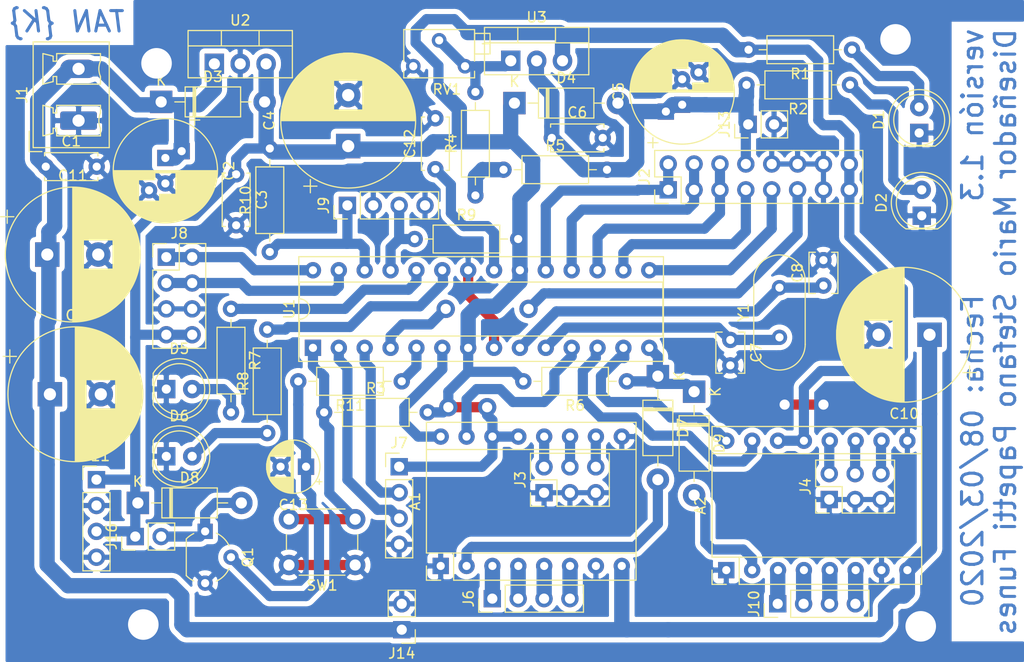
<source format=kicad_pcb>
(kicad_pcb (version 20171130) (host pcbnew "(5.1.5)-3")
  (layers (0 F.Cu signal) (31 B.Cu signal) (34 B.Paste user) (35 F.Paste user) (36 B.SilkS user) (37 F.SilkS user) (38 B.Mask user) (39 F.Mask user) (44 Edge.Cuts user))
  (net 0 "")
  (net 1 GND)
  (net 2 "Net-(A1-Pad10)")
  (net 3 "Net-(A1-Pad3)")
  (net 4 "Net-(A1-Pad11)")
  (net 5 "Net-(A1-Pad4)")
  (net 6 "Net-(A1-Pad12)")
  (net 7 "Net-(A1-Pad5)")
  (net 8 "Net-(A1-Pad6)")
  (net 9 Steps2)
  (net 10 Vmot)
  (net 11 Direction2)
  (net 12 Direction1)
  (net 13 Steps1)
  (net 14 "Net-(A2-Pad6)")
  (net 15 "Net-(A2-Pad5)")
  (net 16 "Net-(A2-Pad12)")
  (net 17 "Net-(A2-Pad4)")
  (net 18 "Net-(A2-Pad11)")
  (net 19 "Net-(A2-Pad3)")
  (net 20 "Net-(A2-Pad10)")
  (net 21 +5V)
  (net 22 Vlow)
  (net 23 "Net-(C7-Pad1)")
  (net 24 "Net-(C8-Pad1)")
  (net 25 "Net-(D1-Pad2)")
  (net 26 "Net-(D2-Pad2)")
  (net 27 "Net-(R3-Pad1)")
  (net 28 CE)
  (net 29 CSN)
  (net 30 MOSI)
  (net 31 MISO)
  (net 32 SCK)
  (net 33 "Net-(R4-Pad2)")
  (net 34 "Net-(R4-Pad1)")
  (net 35 "Net-(A1-Pad2)")
  (net 36 "Net-(A2-Pad2)")
  (net 37 "Net-(C12-Pad1)")
  (net 38 "Net-(C13-Pad1)")
  (net 39 "Net-(D5-Pad2)")
  (net 40 "Net-(D6-Pad2)")
  (net 41 Fault)
  (net 42 "Net-(D8-Pad2)")
  (net 43 "Net-(J7-Pad2)")
  (net 44 "Net-(J7-Pad3)")
  (net 45 SCL)
  (net 46 SDA)
  (net 47 ntc1)
  (net 48 ntc2)
  (net 49 "Net-(R7-Pad1)")
  (net 50 "Net-(R8-Pad2)")
  (net 51 buzzer)
  (net 52 CS)
  (module Module:Pololu_Breakout-16_15.2x20.3mm (layer F.Cu) (at 146.063 135.982 90)
    (fp_text reference A1 (at 6.35 -2.54 90) (layer F.SilkS))
    (fp_text value Pololu_Breakout_DRV8825)
    (pad 1 thru_hole rect (at 0 0 90) (size 1.6 1.6) (drill 0.8) (layers *.Cu *.Mask) (net 1 GND))
    (pad 9 thru_hole oval (at 12.7 17.78 90) (size 1.6 1.6) (drill 0.8) (layers *.Cu *.Mask) (net 1 GND))
    (pad 2 thru_hole oval (at 0 2.54 90) (size 1.6 1.6) (drill 0.8) (layers *.Cu *.Mask) (net 35 "Net-(A1-Pad2)"))
    (pad 10 thru_hole oval (at 12.7 15.24 90) (size 1.6 1.6) (drill 0.8) (layers *.Cu *.Mask) (net 2 "Net-(A1-Pad10)"))
    (pad 3 thru_hole oval (at 0 5.08 90) (size 1.6 1.6) (drill 0.8) (layers *.Cu *.Mask) (net 3 "Net-(A1-Pad3)"))
    (pad 11 thru_hole oval (at 12.7 12.7 90) (size 1.6 1.6) (drill 0.8) (layers *.Cu *.Mask) (net 4 "Net-(A1-Pad11)"))
    (pad 4 thru_hole oval (at 0 7.62 90) (size 1.6 1.6) (drill 0.8) (layers *.Cu *.Mask) (net 5 "Net-(A1-Pad4)"))
    (pad 12 thru_hole oval (at 12.7 10.16 90) (size 1.6 1.6) (drill 0.8) (layers *.Cu *.Mask) (net 6 "Net-(A1-Pad12)"))
    (pad 5 thru_hole oval (at 0 10.16 90) (size 1.6 1.6) (drill 0.8) (layers *.Cu *.Mask) (net 7 "Net-(A1-Pad5)"))
    (pad 13 thru_hole oval (at 12.7 7.62 90) (size 1.6 1.6) (drill 0.8) (layers *.Cu *.Mask) (net 21 +5V))
    (pad 6 thru_hole oval (at 0 12.7 90) (size 1.6 1.6) (drill 0.8) (layers *.Cu *.Mask) (net 8 "Net-(A1-Pad6)"))
    (pad 14 thru_hole oval (at 12.7 5.08 90) (size 1.6 1.6) (drill 0.8) (layers *.Cu *.Mask) (net 21 +5V))
    (pad 7 thru_hole oval (at 0 15.24 90) (size 1.6 1.6) (drill 0.8) (layers *.Cu *.Mask) (net 1 GND))
    (pad 15 thru_hole oval (at 12.7 2.54 90) (size 1.6 1.6) (drill 0.8) (layers *.Cu *.Mask) (net 9 Steps2))
    (pad 8 thru_hole oval (at 0 17.78 90) (size 1.6 1.6) (drill 0.8) (layers *.Cu *.Mask) (net 10 Vmot))
    (pad 16 thru_hole oval (at 12.7 0 90) (size 1.6 1.6) (drill 0.8) (layers *.Cu *.Mask) (net 11 Direction2))
  )
  (module LED_THT:LED_D5.0mm (layer F.Cu) (at 193.294 101.6 90)
    (fp_text reference D2 (at 1.27 -3.96 90) (layer F.SilkS))
    (fp_text value LED)
    (pad 2 thru_hole circle (at 2.54 0 90) (size 1.8 1.8) (drill 0.9) (layers *.Cu *.Mask) (net 26 "Net-(D2-Pad2)"))
    (pad 1 thru_hole rect (at 0 0 90) (size 1.8 1.8) (drill 0.9) (layers *.Cu *.Mask) (net 1 GND))
  )
  (module Capacitor_THT:CP_Radial_D13.0mm_P5.00mm (layer F.Cu) (at 136.982 94.76 90)
    (fp_text reference C4 (at 2.5 -7.75 90) (layer F.SilkS))
    (fp_text value 2200uF)
    (pad 1 thru_hole rect (at 0 0 90) (size 2.4 2.4) (drill 1.2) (layers *.Cu *.Mask) (net 21 +5V))
    (pad 2 thru_hole circle (at 5 0 90) (size 2.4 2.4) (drill 1.2) (layers *.Cu *.Mask) (net 1 GND))
  )
  (module Connector_PinHeader_2.54mm:PinHeader_1x04_P2.54mm_Vertical (layer F.Cu) (at 141.986 126.238)
    (fp_text reference J7 (at 0 -2.33) (layer F.SilkS))
    (fp_text value Conn_01x04)
    (pad 1 thru_hole rect (at 0 0) (size 1.7 1.7) (drill 1) (layers *.Cu *.Mask) (net 21 +5V))
    (pad 2 thru_hole oval (at 0 2.54) (size 1.7 1.7) (drill 1) (layers *.Cu *.Mask) (net 43 "Net-(J7-Pad2)"))
    (pad 3 thru_hole oval (at 0 5.08) (size 1.7 1.7) (drill 1) (layers *.Cu *.Mask) (net 44 "Net-(J7-Pad3)"))
    (pad 4 thru_hole oval (at 0 7.62) (size 1.7 1.7) (drill 1) (layers *.Cu *.Mask) (net 1 GND))
  )
  (module Package_TO_SOT_THT:TO-92_Wide (layer F.Cu) (at 122.936 132.588 270)
    (fp_text reference Q1 (at 2.55 -4.19 90) (layer F.SilkS))
    (fp_text value BC548)
    (pad 2 thru_hole circle (at 2.54 -2.54) (size 1.5 1.5) (drill 0.8) (layers *.Cu *.Mask) (net 38 "Net-(C13-Pad1)"))
    (pad 3 thru_hole circle (at 5.08 0) (size 1.5 1.5) (drill 0.8) (layers *.Cu *.Mask) (net 1 GND))
    (pad 1 thru_hole rect (at 0 0) (size 1.5 1.5) (drill 0.8) (layers *.Cu *.Mask) (net 42 "Net-(D8-Pad2)"))
  )
  (module Capacitor_THT:CP_Radial_D10.0mm_P2.50mm_P5.00mm (layer F.Cu) (at 169.772 90.7 90)
    (fp_text reference C5 (at 1.25 -6.25 90) (layer F.SilkS))
    (fp_text value 2200uF)
    (pad 1 thru_hole rect (at 0 0 90) (size 1.6 1.6) (drill 0.8) (layers *.Cu *.Mask) (net 22 Vlow))
    (pad 2 thru_hole circle (at 2.5 0 90) (size 1.6 1.6) (drill 0.8) (layers *.Cu *.Mask) (net 1 GND))
    (pad 1 thru_hole rect (at -0.670937 -1.6 90) (size 1.6 1.6) (drill 0.8) (layers *.Cu *.Mask) (net 22 Vlow))
    (pad 2 thru_hole circle (at 3.170937 1.6 90) (size 1.6 1.6) (drill 0.8) (layers *.Cu *.Mask) (net 1 GND))
  )
  (module Connector_PinHeader_2.54mm:PinHeader_2x03_P2.54mm_Vertical (layer F.Cu) (at 184.212 129.46 90)
    (fp_text reference J4 (at 1.27 -2.33 90) (layer F.SilkS))
    (fp_text value Conn_02x03_Odd_Even)
    (pad 6 thru_hole oval (at 2.54 5.08 90) (size 1.7 1.7) (drill 1) (layers *.Cu *.Mask) (net 20 "Net-(A2-Pad10)"))
    (pad 5 thru_hole oval (at 0 5.08 90) (size 1.7 1.7) (drill 1) (layers *.Cu *.Mask) (net 1 GND))
    (pad 4 thru_hole oval (at 2.54 2.54 90) (size 1.7 1.7) (drill 1) (layers *.Cu *.Mask) (net 18 "Net-(A2-Pad11)"))
    (pad 3 thru_hole oval (at 0 2.54 90) (size 1.7 1.7) (drill 1) (layers *.Cu *.Mask) (net 1 GND))
    (pad 2 thru_hole oval (at 2.54 0 90) (size 1.7 1.7) (drill 1) (layers *.Cu *.Mask) (net 16 "Net-(A2-Pad12)"))
    (pad 1 thru_hole rect (at 0 0 90) (size 1.7 1.7) (drill 1) (layers *.Cu *.Mask) (net 1 GND))
  )
  (module Capacitor_THT:CP_Radial_D13.0mm_P5.00mm (layer F.Cu) (at 107.696 119.126)
    (fp_text reference C9 (at 2.5 -7.75) (layer F.SilkS))
    (fp_text value 2200uF)
    (pad 1 thru_hole rect (at 0 0) (size 2.4 2.4) (drill 1.2) (layers *.Cu *.Mask) (net 10 Vmot))
    (pad 2 thru_hole circle (at 5 0) (size 2.4 2.4) (drill 1.2) (layers *.Cu *.Mask) (net 1 GND))
  )
  (module Diode_THT:D_DO-41_SOD81_P10.16mm_Horizontal (layer F.Cu) (at 118.618 90.424)
    (fp_text reference D3 (at 5.08 -2.47) (layer F.SilkS))
    (fp_text value 1N4007)
    (fp_text user K (at 0 -2.1) (layer F.SilkS))
    (pad 1 thru_hole rect (at 0 0) (size 2.2 2.2) (drill 1.1) (layers *.Cu *.Mask) (net 10 Vmot))
    (pad 2 thru_hole oval (at 10.16 0) (size 2.2 2.2) (drill 1.1) (layers *.Cu *.Mask) (net 21 +5V))
  )
  (module Connector_PinHeader_2.54mm:PinHeader_1x02_P2.54mm_Vertical (layer F.Cu) (at 176.252 92.63 90)
    (fp_text reference J13 (at 0 -2.33 90) (layer F.SilkS))
    (fp_text value Conn_01x02)
    (pad 1 thru_hole rect (at 0 0 90) (size 1.7 1.7) (drill 1) (layers *.Cu *.Mask) (net 22 Vlow))
    (pad 2 thru_hole oval (at 0 2.54 90) (size 1.7 1.7) (drill 1) (layers *.Cu *.Mask) (net 1 GND))
  )
  (module Module:Pololu_Breakout-16_15.2x20.3mm (layer F.Cu) (at 174.102 136.39 90)
    (fp_text reference A2 (at 6.35 -2.54 90) (layer F.SilkS))
    (fp_text value Pololu_Breakout_DRV8825)
    (pad 16 thru_hole oval (at 12.7 0 90) (size 1.6 1.6) (drill 0.8) (layers *.Cu *.Mask) (net 12 Direction1))
    (pad 8 thru_hole oval (at 0 17.78 90) (size 1.6 1.6) (drill 0.8) (layers *.Cu *.Mask) (net 10 Vmot))
    (pad 15 thru_hole oval (at 12.7 2.54 90) (size 1.6 1.6) (drill 0.8) (layers *.Cu *.Mask) (net 13 Steps1))
    (pad 7 thru_hole oval (at 0 15.24 90) (size 1.6 1.6) (drill 0.8) (layers *.Cu *.Mask) (net 1 GND))
    (pad 14 thru_hole oval (at 12.7 5.08 90) (size 1.6 1.6) (drill 0.8) (layers *.Cu *.Mask) (net 21 +5V))
    (pad 6 thru_hole oval (at 0 12.7 90) (size 1.6 1.6) (drill 0.8) (layers *.Cu *.Mask) (net 14 "Net-(A2-Pad6)"))
    (pad 13 thru_hole oval (at 12.7 7.62 90) (size 1.6 1.6) (drill 0.8) (layers *.Cu *.Mask) (net 21 +5V))
    (pad 5 thru_hole oval (at 0 10.16 90) (size 1.6 1.6) (drill 0.8) (layers *.Cu *.Mask) (net 15 "Net-(A2-Pad5)"))
    (pad 12 thru_hole oval (at 12.7 10.16 90) (size 1.6 1.6) (drill 0.8) (layers *.Cu *.Mask) (net 16 "Net-(A2-Pad12)"))
    (pad 4 thru_hole oval (at 0 7.62 90) (size 1.6 1.6) (drill 0.8) (layers *.Cu *.Mask) (net 17 "Net-(A2-Pad4)"))
    (pad 11 thru_hole oval (at 12.7 12.7 90) (size 1.6 1.6) (drill 0.8) (layers *.Cu *.Mask) (net 18 "Net-(A2-Pad11)"))
    (pad 3 thru_hole oval (at 0 5.08 90) (size 1.6 1.6) (drill 0.8) (layers *.Cu *.Mask) (net 19 "Net-(A2-Pad3)"))
    (pad 10 thru_hole oval (at 12.7 15.24 90) (size 1.6 1.6) (drill 0.8) (layers *.Cu *.Mask) (net 20 "Net-(A2-Pad10)"))
    (pad 2 thru_hole oval (at 0 2.54 90) (size 1.6 1.6) (drill 0.8) (layers *.Cu *.Mask) (net 36 "Net-(A2-Pad2)"))
    (pad 9 thru_hole oval (at 12.7 17.78 90) (size 1.6 1.6) (drill 0.8) (layers *.Cu *.Mask) (net 1 GND))
    (pad 1 thru_hole rect (at 0 0 90) (size 1.6 1.6) (drill 0.8) (layers *.Cu *.Mask) (net 1 GND))
  )
  (module Package_TO_SOT_THT:TO-220-3_Vertical (layer F.Cu) (at 123.842 86.685)
    (fp_text reference U2 (at 2.54 -4.27) (layer F.SilkS))
    (fp_text value LM7805_TO220)
    (pad 1 thru_hole rect (at 0 0) (size 1.905 2) (drill 1.1) (layers *.Cu *.Mask) (net 10 Vmot))
    (pad 2 thru_hole oval (at 2.54 0) (size 1.905 2) (drill 1.1) (layers *.Cu *.Mask) (net 1 GND))
    (pad 3 thru_hole oval (at 5.08 0) (size 1.905 2) (drill 1.1) (layers *.Cu *.Mask) (net 21 +5V))
  )
  (module Connector_PinHeader_2.54mm:PinHeader_2x03_P2.54mm_Vertical (layer F.Cu) (at 156.21 128.792 90)
    (fp_text reference J3 (at 1.27 -2.33 90) (layer F.SilkS))
    (fp_text value Conn_02x03_Odd_Even)
    (pad 1 thru_hole rect (at 0 0 90) (size 1.7 1.7) (drill 1) (layers *.Cu *.Mask) (net 1 GND))
    (pad 2 thru_hole oval (at 2.54 0 90) (size 1.7 1.7) (drill 1) (layers *.Cu *.Mask) (net 6 "Net-(A1-Pad12)"))
    (pad 3 thru_hole oval (at 0 2.54 90) (size 1.7 1.7) (drill 1) (layers *.Cu *.Mask) (net 1 GND))
    (pad 4 thru_hole oval (at 2.54 2.54 90) (size 1.7 1.7) (drill 1) (layers *.Cu *.Mask) (net 4 "Net-(A1-Pad11)"))
    (pad 5 thru_hole oval (at 0 5.08 90) (size 1.7 1.7) (drill 1) (layers *.Cu *.Mask) (net 1 GND))
    (pad 6 thru_hole oval (at 2.54 5.08 90) (size 1.7 1.7) (drill 1) (layers *.Cu *.Mask) (net 2 "Net-(A1-Pad10)"))
  )
  (module Potentiometer_THT:Potentiometer_Bourns_3266X_Horizontal (layer F.Cu) (at 143.372 86.92 180)
    (fp_text reference RV1 (at -3.3 -2.27) (layer F.SilkS))
    (fp_text value R_POT)
    (pad 1 thru_hole circle (at 0 0 180) (size 1.44 1.44) (drill 0.8) (layers *.Cu *.Mask) (net 1 GND))
    (pad 2 thru_hole circle (at -2.54 2.54 180) (size 1.44 1.44) (drill 0.8) (layers *.Cu *.Mask) (net 33 "Net-(R4-Pad2)"))
    (pad 3 thru_hole circle (at -5.08 0 180) (size 1.44 1.44) (drill 0.8) (layers *.Cu *.Mask) (net 33 "Net-(R4-Pad2)"))
  )
  (module Capacitor_THT:C_Disc_D5.0mm_W2.5mm_P5.00mm (layer F.Cu) (at 107.292 96.78)
    (fp_text reference C1 (at 2.5 -2.5) (layer F.SilkS))
    (fp_text value 0,1uF)
    (pad 1 thru_hole circle (at 0 0) (size 1.6 1.6) (drill 0.8) (layers *.Cu *.Mask) (net 10 Vmot))
    (pad 2 thru_hole circle (at 5 0) (size 1.6 1.6) (drill 0.8) (layers *.Cu *.Mask) (net 1 GND))
  )
  (module Capacitor_THT:CP_Radial_D10.0mm_P2.50mm_P5.00mm (layer F.Cu) (at 119.032 95.93 270)
    (fp_text reference C2 (at 1.25 -6.25 90) (layer F.SilkS))
    (fp_text value 2200uF)
    (pad 2 thru_hole circle (at 3.170937 1.6 270) (size 1.6 1.6) (drill 0.8) (layers *.Cu *.Mask) (net 1 GND))
    (pad 1 thru_hole rect (at -0.670937 -1.6 270) (size 1.6 1.6) (drill 0.8) (layers *.Cu *.Mask) (net 10 Vmot))
    (pad 2 thru_hole circle (at 2.5 0 270) (size 1.6 1.6) (drill 0.8) (layers *.Cu *.Mask) (net 1 GND))
    (pad 1 thru_hole rect (at 0 0 270) (size 1.6 1.6) (drill 0.8) (layers *.Cu *.Mask) (net 10 Vmot))
  )
  (module Connector_PinHeader_2.54mm:PinHeader_1x04_P2.54mm_Vertical (layer F.Cu) (at 136.906 100.584 90)
    (fp_text reference J9 (at 0 -2.33 90) (layer F.SilkS))
    (fp_text value Conn_01x04)
    (pad 1 thru_hole rect (at 0 0 90) (size 1.7 1.7) (drill 1) (layers *.Cu *.Mask) (net 48 ntc2))
    (pad 2 thru_hole oval (at 0 2.54 90) (size 1.7 1.7) (drill 1) (layers *.Cu *.Mask) (net 1 GND))
    (pad 3 thru_hole oval (at 0 5.08 90) (size 1.7 1.7) (drill 1) (layers *.Cu *.Mask) (net 47 ntc1))
    (pad 4 thru_hole oval (at 0 7.62 90) (size 1.7 1.7) (drill 1) (layers *.Cu *.Mask) (net 1 GND))
  )
  (module LED_THT:LED_D5.0mm (layer F.Cu) (at 119.126 118.618)
    (fp_text reference D5 (at 1.27 -3.96) (layer F.SilkS))
    (fp_text value LED)
    (pad 1 thru_hole rect (at 0 0) (size 1.8 1.8) (drill 0.9) (layers *.Cu *.Mask) (net 1 GND))
    (pad 2 thru_hole circle (at 2.54 0) (size 1.8 1.8) (drill 0.9) (layers *.Cu *.Mask) (net 39 "Net-(D5-Pad2)"))
  )
  (module Resistor_THT:R_Axial_DIN0207_L6.3mm_D2.5mm_P10.16mm_Horizontal (layer F.Cu) (at 142.24 117.856 180)
    (fp_text reference R11 (at 5.08 -2.37) (layer F.SilkS))
    (fp_text value 2k2)
    (pad 1 thru_hole circle (at 0 0 180) (size 1.6 1.6) (drill 0.8) (layers *.Cu *.Mask) (net 51 buzzer))
    (pad 2 thru_hole oval (at 10.16 0 180) (size 1.6 1.6) (drill 0.8) (layers *.Cu *.Mask) (net 38 "Net-(C13-Pad1)"))
  )
  (module Diode_THT:D_DO-41_SOD81_P10.16mm_Horizontal (layer F.Cu) (at 167.386 117.348 270)
    (fp_text reference D7 (at 5.08 -2.47 90) (layer F.SilkS))
    (fp_text value 1N4007)
    (fp_text user K (at 0 -2.1 90) (layer F.SilkS))
    (pad 1 thru_hole rect (at 0 0 270) (size 2.2 2.2) (drill 1.1) (layers *.Cu *.Mask) (net 41 Fault))
    (pad 2 thru_hole oval (at 10.16 0 270) (size 2.2 2.2) (drill 1.1) (layers *.Cu *.Mask) (net 35 "Net-(A1-Pad2)"))
  )
  (module Crystal:Crystal_HC49-U_Vertical (layer F.Cu) (at 179.324 113.538 90)
    (fp_text reference Y1 (at 2.44 -3.525 90) (layer F.SilkS))
    (fp_text value Crystal)
    (pad 1 thru_hole circle (at 0 0 90) (size 1.5 1.5) (drill 0.8) (layers *.Cu *.Mask) (net 23 "Net-(C7-Pad1)"))
    (pad 2 thru_hole circle (at 4.88 0 90) (size 1.5 1.5) (drill 0.8) (layers *.Cu *.Mask) (net 24 "Net-(C8-Pad1)"))
  )
  (module Resistor_THT:R_Axial_DIN0207_L6.3mm_D2.5mm_P10.16mm_Horizontal (layer F.Cu) (at 134.62 120.904)
    (fp_text reference R3 (at 5.08 -2.37) (layer F.SilkS))
    (fp_text value 10k)
    (pad 1 thru_hole circle (at 0 0) (size 1.6 1.6) (drill 0.8) (layers *.Cu *.Mask) (net 27 "Net-(R3-Pad1)"))
    (pad 2 thru_hole oval (at 10.16 0) (size 1.6 1.6) (drill 0.8) (layers *.Cu *.Mask) (net 21 +5V))
  )
  (module Connector_Phoenix_MC_HighVoltage:PhoenixContact_MCV_1,5_2-G-5.08_1x02_P5.08mm_Vertical (layer F.Cu) (at 110.512 92.26 90)
    (fp_text reference J1 (at 2.54 -5.55 90) (layer F.SilkS))
    (fp_text value Conn_01x02)
    (pad 1 thru_hole roundrect (at 0 0 90) (size 1.8 3.6) (drill 1.2) (layers *.Cu *.Mask) (roundrect_rratio 0.138889) (net 1 GND))
    (pad 2 thru_hole oval (at 5.08 0 90) (size 1.8 3.6) (drill 1.2) (layers *.Cu *.Mask) (net 10 Vmot))
  )
  (module Connector_PinHeader_2.54mm:PinHeader_1x02_P2.54mm_Vertical (layer F.Cu) (at 142.24 142.24 180)
    (fp_text reference J14 (at 0 -2.33) (layer F.SilkS))
    (fp_text value Conn_01x02)
    (pad 2 thru_hole oval (at 0 2.54 180) (size 1.7 1.7) (drill 1) (layers *.Cu *.Mask) (net 1 GND))
    (pad 1 thru_hole rect (at 0 0 180) (size 1.7 1.7) (drill 1) (layers *.Cu *.Mask) (net 10 Vmot))
  )
  (module Capacitor_THT:CP_Radial_D13.0mm_P5.00mm (layer F.Cu) (at 107.442 105.41)
    (fp_text reference C11 (at 2.5 -7.75) (layer F.SilkS))
    (fp_text value 2200uF)
    (pad 1 thru_hole rect (at 0 0) (size 2.4 2.4) (drill 1.2) (layers *.Cu *.Mask) (net 10 Vmot))
    (pad 2 thru_hole circle (at 5 0) (size 2.4 2.4) (drill 1.2) (layers *.Cu *.Mask) (net 1 GND))
  )
  (module Connector_PinHeader_2.54mm:PinHeader_1x04_P2.54mm_Vertical (layer F.Cu) (at 179.152 139.7 90)
    (fp_text reference J10 (at 0 -2.33 90) (layer F.SilkS))
    (fp_text value Conn_01x04)
    (pad 1 thru_hole rect (at 0 0 90) (size 1.7 1.7) (drill 1) (layers *.Cu *.Mask) (net 19 "Net-(A2-Pad3)"))
    (pad 2 thru_hole oval (at 0 2.54 90) (size 1.7 1.7) (drill 1) (layers *.Cu *.Mask) (net 17 "Net-(A2-Pad4)"))
    (pad 3 thru_hole oval (at 0 5.08 90) (size 1.7 1.7) (drill 1) (layers *.Cu *.Mask) (net 15 "Net-(A2-Pad5)"))
    (pad 4 thru_hole oval (at 0 7.62 90) (size 1.7 1.7) (drill 1) (layers *.Cu *.Mask) (net 14 "Net-(A2-Pad6)"))
  )
  (module Package_TO_SOT_THT:TO-220-3_Vertical (layer F.Cu) (at 152.942 86.385)
    (fp_text reference U3 (at 2.54 -4.27) (layer F.SilkS))
    (fp_text value LM317_3PinPackage)
    (pad 1 thru_hole rect (at 0 0) (size 1.905 2) (drill 1.1) (layers *.Cu *.Mask) (net 33 "Net-(R4-Pad2)"))
    (pad 2 thru_hole oval (at 2.54 0) (size 1.905 2) (drill 1.1) (layers *.Cu *.Mask) (net 22 Vlow))
    (pad 3 thru_hole oval (at 5.08 0) (size 1.905 2) (drill 1.1) (layers *.Cu *.Mask) (net 21 +5V))
  )
  (module LED_THT:LED_D5.0mm (layer F.Cu) (at 119.126 125.222)
    (fp_text reference D6 (at 1.27 -3.96) (layer F.SilkS))
    (fp_text value LED)
    (pad 2 thru_hole circle (at 2.54 0) (size 1.8 1.8) (drill 0.9) (layers *.Cu *.Mask) (net 40 "Net-(D6-Pad2)"))
    (pad 1 thru_hole rect (at 0 0) (size 1.8 1.8) (drill 0.9) (layers *.Cu *.Mask) (net 1 GND))
  )
  (module Resistor_THT:R_Axial_DIN0207_L6.3mm_D2.5mm_P10.16mm_Horizontal (layer F.Cu) (at 149.472 99.61 90)
    (fp_text reference R4 (at 5.08 -2.37 90) (layer F.SilkS))
    (fp_text value 120)
    (pad 2 thru_hole oval (at 10.16 0 90) (size 1.6 1.6) (drill 0.8) (layers *.Cu *.Mask) (net 33 "Net-(R4-Pad2)"))
    (pad 1 thru_hole circle (at 0 0 90) (size 1.6 1.6) (drill 0.8) (layers *.Cu *.Mask) (net 34 "Net-(R4-Pad1)"))
  )
  (module LED_THT:LED_D5.0mm (layer F.Cu) (at 193.04 93.472 90)
    (fp_text reference D1 (at 1.27 -3.96 90) (layer F.SilkS))
    (fp_text value LED)
    (pad 1 thru_hole rect (at 0 0 90) (size 1.8 1.8) (drill 0.9) (layers *.Cu *.Mask) (net 1 GND))
    (pad 2 thru_hole circle (at 2.54 0 90) (size 1.8 1.8) (drill 0.9) (layers *.Cu *.Mask) (net 25 "Net-(D1-Pad2)"))
  )
  (module Resistor_THT:R_Axial_DIN0207_L6.3mm_D2.5mm_P10.16mm_Horizontal (layer F.Cu) (at 186.447 85.3 180)
    (fp_text reference R1 (at 5.08 -2.37) (layer F.SilkS))
    (fp_text value 220)
    (pad 2 thru_hole oval (at 10.16 0 180) (size 1.6 1.6) (drill 0.8) (layers *.Cu *.Mask) (net 21 +5V))
    (pad 1 thru_hole circle (at 0 0 180) (size 1.6 1.6) (drill 0.8) (layers *.Cu *.Mask) (net 25 "Net-(D1-Pad2)"))
  )
  (module Connector_PinHeader_2.54mm:PinHeader_1x04_P2.54mm_Vertical (layer F.Cu) (at 151.13 139.192 90)
    (fp_text reference J6 (at 0 -2.33 90) (layer F.SilkS))
    (fp_text value Conn_01x04)
    (pad 4 thru_hole oval (at 0 7.62 90) (size 1.7 1.7) (drill 1) (layers *.Cu *.Mask) (net 8 "Net-(A1-Pad6)"))
    (pad 3 thru_hole oval (at 0 5.08 90) (size 1.7 1.7) (drill 1) (layers *.Cu *.Mask) (net 7 "Net-(A1-Pad5)"))
    (pad 2 thru_hole oval (at 0 2.54 90) (size 1.7 1.7) (drill 1) (layers *.Cu *.Mask) (net 5 "Net-(A1-Pad4)"))
    (pad 1 thru_hole rect (at 0 0 90) (size 1.7 1.7) (drill 1) (layers *.Cu *.Mask) (net 3 "Net-(A1-Pad3)"))
  )
  (module Capacitor_THT:C_Disc_D5.0mm_W2.5mm_P5.00mm (layer F.Cu) (at 125.984 97.536 270)
    (fp_text reference C3 (at 2.5 -2.5 90) (layer F.SilkS))
    (fp_text value 0,1uF)
    (pad 1 thru_hole circle (at 0 0 270) (size 1.6 1.6) (drill 0.8) (layers *.Cu *.Mask) (net 21 +5V))
    (pad 2 thru_hole circle (at 5 0 270) (size 1.6 1.6) (drill 0.8) (layers *.Cu *.Mask) (net 1 GND))
  )
  (module Capacitor_THT:C_Disc_D5.0mm_W2.5mm_P5.00mm (layer F.Cu) (at 156.972 93.96)
    (fp_text reference C6 (at 2.5 -2.5) (layer F.SilkS))
    (fp_text value 0,1uF)
    (pad 2 thru_hole circle (at 5 0) (size 1.6 1.6) (drill 0.8) (layers *.Cu *.Mask) (net 1 GND))
    (pad 1 thru_hole circle (at 0 0) (size 1.6 1.6) (drill 0.8) (layers *.Cu *.Mask) (net 22 Vlow))
  )
  (module Capacitor_THT:C_Disc_D3.8mm_W2.6mm_P2.50mm (layer F.Cu) (at 174.498 113.792 270)
    (fp_text reference C7 (at 1.25 -2.55 90) (layer F.SilkS))
    (fp_text value 22pF)
    (pad 2 thru_hole circle (at 2.5 0 270) (size 1.6 1.6) (drill 0.8) (layers *.Cu *.Mask) (net 1 GND))
    (pad 1 thru_hole circle (at 0 0 270) (size 1.6 1.6) (drill 0.8) (layers *.Cu *.Mask) (net 23 "Net-(C7-Pad1)"))
  )
  (module Capacitor_THT:C_Disc_D3.8mm_W2.6mm_P2.50mm (layer F.Cu) (at 183.642 108.458 90)
    (fp_text reference C8 (at 1.25 -2.55 90) (layer F.SilkS))
    (fp_text value 22pF)
    (pad 1 thru_hole circle (at 0 0 90) (size 1.6 1.6) (drill 0.8) (layers *.Cu *.Mask) (net 24 "Net-(C8-Pad1)"))
    (pad 2 thru_hole circle (at 2.5 0 90) (size 1.6 1.6) (drill 0.8) (layers *.Cu *.Mask) (net 1 GND))
  )
  (module Resistor_THT:R_Axial_DIN0207_L6.3mm_D2.5mm_P10.16mm_Horizontal (layer F.Cu) (at 186.247 88.75 180)
    (fp_text reference R2 (at 5.08 -2.37) (layer F.SilkS))
    (fp_text value 220)
    (pad 1 thru_hole circle (at 0 0 180) (size 1.6 1.6) (drill 0.8) (layers *.Cu *.Mask) (net 26 "Net-(D2-Pad2)"))
    (pad 2 thru_hole oval (at 10.16 0 180) (size 1.6 1.6) (drill 0.8) (layers *.Cu *.Mask) (net 22 Vlow))
  )
  (module Diode_THT:D_DO-41_SOD81_P10.16mm_Horizontal (layer F.Cu) (at 153.302 90.54)
    (fp_text reference D4 (at 5.08 -2.47) (layer F.SilkS))
    (fp_text value 1N4007)
    (fp_text user K (at 0 -2.1) (layer F.SilkS))
    (pad 2 thru_hole oval (at 10.16 0) (size 2.2 2.2) (drill 1.1) (layers *.Cu *.Mask) (net 22 Vlow))
    (pad 1 thru_hole rect (at 0 0) (size 2.2 2.2) (drill 1.1) (layers *.Cu *.Mask) (net 21 +5V))
  )
  (module Button_Switch_THT:SW_PUSH_6mm_H5mm (layer F.Cu) (at 137.668 135.89 180)
    (fp_text reference SW1 (at 3.25 -2) (layer F.SilkS))
    (fp_text value SW_Push)
    (pad 2 thru_hole circle (at 0 4.5 270) (size 2 2) (drill 1.1) (layers *.Cu *.Mask) (net 27 "Net-(R3-Pad1)"))
    (pad 1 thru_hole circle (at 0 0 270) (size 2 2) (drill 1.1) (layers *.Cu *.Mask) (net 1 GND))
    (pad 2 thru_hole circle (at 6.5 4.5 270) (size 2 2) (drill 1.1) (layers *.Cu *.Mask) (net 27 "Net-(R3-Pad1)"))
    (pad 1 thru_hole circle (at 6.5 0 270) (size 2 2) (drill 1.1) (layers *.Cu *.Mask) (net 1 GND))
  )
  (module Package_DIP:DIP-28_W7.62mm_Socket (layer F.Cu) (at 133.522 114.57 90)
    (fp_text reference U1 (at 3.81 -2.33 90) (layer F.SilkS))
    (fp_text value ATMEGA328-PU)
    (pad 1 thru_hole rect (at 0 0 90) (size 1.6 1.6) (drill 0.8) (layers *.Cu *.Mask) (net 27 "Net-(R3-Pad1)"))
    (pad 15 thru_hole oval (at 7.62 33.02 90) (size 1.6 1.6) (drill 0.8) (layers *.Cu *.Mask) (net 28 CE))
    (pad 2 thru_hole oval (at 0 2.54 90) (size 1.6 1.6) (drill 0.8) (layers *.Cu *.Mask) (net 44 "Net-(J7-Pad3)"))
    (pad 16 thru_hole oval (at 7.62 30.48 90) (size 1.6 1.6) (drill 0.8) (layers *.Cu *.Mask) (net 29 CSN))
    (pad 3 thru_hole oval (at 0 5.08 90) (size 1.6 1.6) (drill 0.8) (layers *.Cu *.Mask) (net 43 "Net-(J7-Pad2)"))
    (pad 17 thru_hole oval (at 7.62 27.94 90) (size 1.6 1.6) (drill 0.8) (layers *.Cu *.Mask) (net 30 MOSI))
    (pad 4 thru_hole oval (at 0 7.62 90) (size 1.6 1.6) (drill 0.8) (layers *.Cu *.Mask) (net 52 CS))
    (pad 18 thru_hole oval (at 7.62 25.4 90) (size 1.6 1.6) (drill 0.8) (layers *.Cu *.Mask) (net 31 MISO))
    (pad 5 thru_hole oval (at 0 10.16 90) (size 1.6 1.6) (drill 0.8) (layers *.Cu *.Mask) (net 51 buzzer))
    (pad 19 thru_hole oval (at 7.62 22.86 90) (size 1.6 1.6) (drill 0.8) (layers *.Cu *.Mask) (net 32 SCK))
    (pad 6 thru_hole oval (at 0 12.7 90) (size 1.6 1.6) (drill 0.8) (layers *.Cu *.Mask) (net 11 Direction2))
    (pad 20 thru_hole oval (at 7.62 20.32 90) (size 1.6 1.6) (drill 0.8) (layers *.Cu *.Mask) (net 21 +5V))
    (pad 7 thru_hole oval (at 0 15.24 90) (size 1.6 1.6) (drill 0.8) (layers *.Cu *.Mask) (net 21 +5V))
    (pad 21 thru_hole oval (at 7.62 17.78 90) (size 1.6 1.6) (drill 0.8) (layers *.Cu *.Mask) (net 37 "Net-(C12-Pad1)"))
    (pad 8 thru_hole oval (at 0 17.78 90) (size 1.6 1.6) (drill 0.8) (layers *.Cu *.Mask) (net 1 GND))
    (pad 22 thru_hole oval (at 7.62 15.24 90) (size 1.6 1.6) (drill 0.8) (layers *.Cu *.Mask) (net 1 GND))
    (pad 9 thru_hole oval (at 0 20.32 90) (size 1.6 1.6) (drill 0.8) (layers *.Cu *.Mask) (net 24 "Net-(C8-Pad1)"))
    (pad 23 thru_hole oval (at 7.62 12.7 90) (size 1.6 1.6) (drill 0.8) (layers *.Cu *.Mask) (net 50 "Net-(R8-Pad2)"))
    (pad 10 thru_hole oval (at 0 22.86 90) (size 1.6 1.6) (drill 0.8) (layers *.Cu *.Mask) (net 23 "Net-(C7-Pad1)"))
    (pad 24 thru_hole oval (at 7.62 10.16 90) (size 1.6 1.6) (drill 0.8) (layers *.Cu *.Mask) (net 49 "Net-(R7-Pad1)"))
    (pad 11 thru_hole oval (at 0 25.4 90) (size 1.6 1.6) (drill 0.8) (layers *.Cu *.Mask) (net 9 Steps2))
    (pad 25 thru_hole oval (at 7.62 7.62 90) (size 1.6 1.6) (drill 0.8) (layers *.Cu *.Mask) (net 47 ntc1))
    (pad 12 thru_hole oval (at 0 27.94 90) (size 1.6 1.6) (drill 0.8) (layers *.Cu *.Mask) (net 13 Steps1))
    (pad 26 thru_hole oval (at 7.62 5.08 90) (size 1.6 1.6) (drill 0.8) (layers *.Cu *.Mask) (net 48 ntc2))
    (pad 13 thru_hole oval (at 0 30.48 90) (size 1.6 1.6) (drill 0.8) (layers *.Cu *.Mask) (net 12 Direction1))
    (pad 27 thru_hole oval (at 7.62 2.54 90) (size 1.6 1.6) (drill 0.8) (layers *.Cu *.Mask) (net 46 SDA))
    (pad 14 thru_hole oval (at 0 33.02 90) (size 1.6 1.6) (drill 0.8) (layers *.Cu *.Mask) (net 41 Fault))
    (pad 28 thru_hole oval (at 7.62 0 90) (size 1.6 1.6) (drill 0.8) (layers *.Cu *.Mask) (net 45 SCL))
  )
  (module Resistor_THT:R_Axial_DIN0207_L6.3mm_D2.5mm_P10.16mm_Horizontal (layer F.Cu) (at 152.232 97.08)
    (fp_text reference R5 (at 5.08 -2.37) (layer F.SilkS))
    (fp_text value 120)
    (pad 1 thru_hole circle (at 0 0) (size 1.6 1.6) (drill 0.8) (layers *.Cu *.Mask) (net 34 "Net-(R4-Pad1)"))
    (pad 2 thru_hole oval (at 10.16 0) (size 1.6 1.6) (drill 0.8) (layers *.Cu *.Mask) (net 22 Vlow))
  )
  (module Diode_THT:D_DO-41_SOD81_P10.16mm_Horizontal (layer F.Cu) (at 170.942 118.872 270)
    (fp_text reference D9 (at 5.08 -2.47 90) (layer F.SilkS))
    (fp_text value 1N4007)
    (fp_text user K (at 0 -2.1 90) (layer F.SilkS))
    (pad 2 thru_hole oval (at 10.16 0 270) (size 2.2 2.2) (drill 1.1) (layers *.Cu *.Mask) (net 36 "Net-(A2-Pad2)"))
    (pad 1 thru_hole rect (at 0 0 270) (size 2.2 2.2) (drill 1.1) (layers *.Cu *.Mask) (net 41 Fault))
  )
  (module Capacitor_THT:C_Disc_D5.0mm_W2.5mm_P5.00mm (layer F.Cu) (at 145.542 97.028 90)
    (fp_text reference C12 (at 2.5 -2.5 90) (layer F.SilkS))
    (fp_text value 0,1uF)
    (pad 1 thru_hole circle (at 0 0 90) (size 1.6 1.6) (drill 0.8) (layers *.Cu *.Mask) (net 37 "Net-(C12-Pad1)"))
    (pad 2 thru_hole circle (at 5 0 90) (size 1.6 1.6) (drill 0.8) (layers *.Cu *.Mask) (net 1 GND))
  )
  (module Connector_PinHeader_2.54mm:PinHeader_2x04_P2.54mm_Vertical (layer F.Cu) (at 119.126 105.664)
    (fp_text reference J8 (at 1.27 -2.33) (layer F.SilkS))
    (fp_text value Conn_02x04_Counter_Clockwise)
    (pad 1 thru_hole rect (at 0 0) (size 1.7 1.7) (drill 1) (layers *.Cu *.Mask) (net 45 SCL))
    (pad 2 thru_hole oval (at 2.54 0) (size 1.7 1.7) (drill 1) (layers *.Cu *.Mask) (net 45 SCL))
    (pad 3 thru_hole oval (at 0 2.54) (size 1.7 1.7) (drill 1) (layers *.Cu *.Mask) (net 46 SDA))
    (pad 4 thru_hole oval (at 2.54 2.54) (size 1.7 1.7) (drill 1) (layers *.Cu *.Mask) (net 46 SDA))
    (pad 5 thru_hole oval (at 0 5.08) (size 1.7 1.7) (drill 1) (layers *.Cu *.Mask) (net 1 GND))
    (pad 6 thru_hole oval (at 2.54 5.08) (size 1.7 1.7) (drill 1) (layers *.Cu *.Mask) (net 1 GND))
    (pad 7 thru_hole oval (at 0 7.62) (size 1.7 1.7) (drill 1) (layers *.Cu *.Mask) (net 21 +5V))
    (pad 8 thru_hole oval (at 2.54 7.62) (size 1.7 1.7) (drill 1) (layers *.Cu *.Mask) (net 21 +5V))
  )
  (module Connector_PinHeader_2.54mm:PinHeader_1x02_P2.54mm_Vertical (layer F.Cu) (at 116.078 133.096 90)
    (fp_text reference J16 (at 0 -2.33 90) (layer F.SilkS))
    (fp_text value Conn_01x02)
    (pad 1 thru_hole rect (at 0 0 90) (size 1.7 1.7) (drill 1) (layers *.Cu *.Mask) (net 21 +5V))
    (pad 2 thru_hole oval (at 0 2.54 90) (size 1.7 1.7) (drill 1) (layers *.Cu *.Mask) (net 42 "Net-(D8-Pad2)"))
  )
  (module Resistor_THT:R_Axial_DIN0207_L6.3mm_D2.5mm_P10.16mm_Horizontal (layer F.Cu) (at 164.338 117.856 180)
    (fp_text reference R6 (at 5.08 -2.37) (layer F.SilkS))
    (fp_text value 10k)
    (pad 2 thru_hole oval (at 10.16 0 180) (size 1.6 1.6) (drill 0.8) (layers *.Cu *.Mask) (net 21 +5V))
    (pad 1 thru_hole circle (at 0 0 180) (size 1.6 1.6) (drill 0.8) (layers *.Cu *.Mask) (net 41 Fault))
  )
  (module Diode_THT:D_DO-41_SOD81_P10.16mm_Horizontal (layer F.Cu) (at 116.332 129.794)
    (fp_text reference D8 (at 5.08 -2.47) (layer F.SilkS))
    (fp_text value 1N4007)
    (fp_text user K (at 0 -2.1) (layer F.SilkS))
    (pad 1 thru_hole rect (at 0 0) (size 2.2 2.2) (drill 1.1) (layers *.Cu *.Mask) (net 21 +5V))
    (pad 2 thru_hole oval (at 10.16 0) (size 2.2 2.2) (drill 1.1) (layers *.Cu *.Mask) (net 42 "Net-(D8-Pad2)"))
  )
  (module Resistor_THT:R_Axial_DIN0207_L6.3mm_D2.5mm_P10.16mm_Horizontal (layer F.Cu) (at 129.032 122.936 90)
    (fp_text reference R8 (at 5.08 -2.37 90) (layer F.SilkS))
    (fp_text value 220)
    (pad 1 thru_hole circle (at 0 0 90) (size 1.6 1.6) (drill 0.8) (layers *.Cu *.Mask) (net 40 "Net-(D6-Pad2)"))
    (pad 2 thru_hole oval (at 10.16 0 90) (size 1.6 1.6) (drill 0.8) (layers *.Cu *.Mask) (net 50 "Net-(R8-Pad2)"))
  )
  (module Resistor_THT:R_Axial_DIN0207_L6.3mm_D2.5mm_P10.16mm_Horizontal (layer F.Cu) (at 143.51 103.886)
    (fp_text reference R9 (at 5.08 -2.37) (layer F.SilkS))
    (fp_text value 10k)
    (pad 1 thru_hole circle (at 0 0) (size 1.6 1.6) (drill 0.8) (layers *.Cu *.Mask) (net 47 ntc1))
    (pad 2 thru_hole oval (at 10.16 0) (size 1.6 1.6) (drill 0.8) (layers *.Cu *.Mask) (net 21 +5V))
  )
  (module Resistor_THT:R_Axial_DIN0207_L6.3mm_D2.5mm_P10.16mm_Horizontal (layer F.Cu) (at 129.286 105.156 90)
    (fp_text reference R10 (at 5.08 -2.37 90) (layer F.SilkS))
    (fp_text value 10k)
    (pad 1 thru_hole circle (at 0 0 90) (size 1.6 1.6) (drill 0.8) (layers *.Cu *.Mask) (net 48 ntc2))
    (pad 2 thru_hole oval (at 10.16 0 90) (size 1.6 1.6) (drill 0.8) (layers *.Cu *.Mask) (net 21 +5V))
  )
  (module Resistor_THT:R_Axial_DIN0207_L6.3mm_D2.5mm_P10.16mm_Horizontal (layer F.Cu) (at 125.476 110.744 270)
    (fp_text reference R7 (at 5.08 -2.37 90) (layer F.SilkS))
    (fp_text value 220)
    (pad 2 thru_hole oval (at 10.16 0 270) (size 1.6 1.6) (drill 0.8) (layers *.Cu *.Mask) (net 39 "Net-(D5-Pad2)"))
    (pad 1 thru_hole circle (at 0 0 270) (size 1.6 1.6) (drill 0.8) (layers *.Cu *.Mask) (net 49 "Net-(R7-Pad1)"))
  )
  (module Connector_PinHeader_2.54mm:PinHeader_1x04_P2.54mm_Vertical (layer F.Cu) (at 112.268 127.508)
    (fp_text reference J11 (at 0 -2.33) (layer F.SilkS))
    (fp_text value Conn_01x04)
    (pad 1 thru_hole rect (at 0 0) (size 1.7 1.7) (drill 1) (layers *.Cu *.Mask) (net 21 +5V))
    (pad 2 thru_hole oval (at 0 2.54) (size 1.7 1.7) (drill 1) (layers *.Cu *.Mask) (net 1 GND))
    (pad 3 thru_hole oval (at 0 5.08) (size 1.7 1.7) (drill 1) (layers *.Cu *.Mask) (net 21 +5V))
    (pad 4 thru_hole oval (at 0 7.62) (size 1.7 1.7) (drill 1) (layers *.Cu *.Mask) (net 1 GND))
  )
  (module Capacitor_THT:CP_Radial_D13.0mm_P5.00mm (layer F.Cu) (at 194.056 113.284 180)
    (fp_text reference C10 (at 2.5 -7.75) (layer F.SilkS))
    (fp_text value 2200uF)
    (pad 1 thru_hole rect (at 0 0 180) (size 2.4 2.4) (drill 1.2) (layers *.Cu *.Mask) (net 10 Vmot))
    (pad 2 thru_hole circle (at 5 0 180) (size 2.4 2.4) (drill 1.2) (layers *.Cu *.Mask) (net 1 GND))
  )
  (module Connector_PinHeader_2.54mm:PinHeader_2x08_P2.54mm_Vertical (layer F.Cu) (at 168.402 99.06 90)
    (fp_text reference J2 (at 1.27 -2.33 90) (layer F.SilkS))
    (fp_text value Conn_02x08_Counter_Clockwise)
    (pad 1 thru_hole rect (at 0 0 90) (size 1.7 1.7) (drill 1) (layers *.Cu *.Mask) (net 32 SCK))
    (pad 2 thru_hole oval (at 2.54 0 90) (size 1.7 1.7) (drill 1) (layers *.Cu *.Mask) (net 32 SCK))
    (pad 3 thru_hole oval (at 0 2.54 90) (size 1.7 1.7) (drill 1) (layers *.Cu *.Mask) (net 31 MISO))
    (pad 4 thru_hole oval (at 2.54 2.54 90) (size 1.7 1.7) (drill 1) (layers *.Cu *.Mask) (net 31 MISO))
    (pad 5 thru_hole oval (at 0 5.08 90) (size 1.7 1.7) (drill 1) (layers *.Cu *.Mask) (net 30 MOSI))
    (pad 6 thru_hole oval (at 2.54 5.08 90) (size 1.7 1.7) (drill 1) (layers *.Cu *.Mask) (net 30 MOSI))
    (pad 7 thru_hole oval (at 0 7.62 90) (size 1.7 1.7) (drill 1) (layers *.Cu *.Mask) (net 29 CSN))
    (pad 8 thru_hole oval (at 2.54 7.62 90) (size 1.7 1.7) (drill 1) (layers *.Cu *.Mask) (net 22 Vlow))
    (pad 9 thru_hole oval (at 0 10.16 90) (size 1.7 1.7) (drill 1) (layers *.Cu *.Mask) (net 28 CE))
    (pad 10 thru_hole oval (at 2.54 10.16 90) (size 1.7 1.7) (drill 1) (layers *.Cu *.Mask) (net 1 GND))
    (pad 11 thru_hole oval (at 0 12.7 90) (size 1.7 1.7) (drill 1) (layers *.Cu *.Mask) (net 52 CS))
    (pad 12 thru_hole oval (at 2.54 12.7 90) (size 1.7 1.7) (drill 1) (layers *.Cu *.Mask) (net 1 GND))
    (pad 13 thru_hole oval (at 0 15.24 90) (size 1.7 1.7) (drill 1) (layers *.Cu *.Mask) (net 1 GND))
    (pad 14 thru_hole oval (at 2.54 15.24 90) (size 1.7 1.7) (drill 1) (layers *.Cu *.Mask) (net 1 GND))
    (pad 15 thru_hole oval (at 0 17.78 90) (size 1.7 1.7) (drill 1) (layers *.Cu *.Mask) (net 21 +5V))
    (pad 16 thru_hole oval (at 2.54 17.78 90) (size 1.7 1.7) (drill 1) (layers *.Cu *.Mask) (net 21 +5V))
  )
  (module Capacitor_THT:CP_Radial_D5.0mm_P2.50mm (layer F.Cu) (at 132.842 126.238 180)
    (fp_text reference C13 (at 1.25 -3.75) (layer F.SilkS))
    (fp_text value 2200uF)
    (pad 1 thru_hole rect (at 0 0 180) (size 1.6 1.6) (drill 0.8) (layers *.Cu *.Mask) (net 38 "Net-(C13-Pad1)"))
    (pad 2 thru_hole circle (at 2.5 0 180) (size 1.6 1.6) (drill 0.8) (layers *.Cu *.Mask) (net 1 GND))
  )
  (gr_text "TAN {K}" (at 109.474 82.55) (layer B.Cu) (effects (font (size 2 2) (thickness 0.3) italic) (justify mirror)))
  (gr_text "versión 1.3      Fecha: 08/03/2020\nDiseñador Mario Stefano Papetti Funes" (at 199.898 83.058 90) (layer B.Cu) (effects (font (size 2 2) (thickness 0.3)) (justify left mirror)))
  (via (at 179.832 120.142) (size 1.8) (drill 1) (layers F.Cu B.Cu) (net 1))
  (via (at 190.717 84.285) (size 3.2) (drill 3) (layers F.Cu B.Cu) (net 1))
  (via (at 193.192 141.91) (size 3.2) (drill 3) (layers F.Cu B.Cu) (net 1))
  (via (at 116.867 141.735) (size 3.2) (drill 3) (layers F.Cu B.Cu) (net 1))
  (via (at 183.642 120.142) (size 1.8) (drill 1) (layers F.Cu B.Cu) (net 1))
  (via (at 118.167 86.635) (size 3.2) (drill 3) (layers F.Cu B.Cu) (net 1))
  (segment (start 148.762 109.392) (end 151.302 111.932) (width 1) (layer F.Cu) (net 1))
  (segment (start 151.302 111.932) (end 151.302 114.57) (width 1) (layer F.Cu) (net 1))
  (segment (start 148.762 106.95) (end 148.762 109.392) (width 1) (layer F.Cu) (net 1))
  (segment (start 131.168 135.89) (end 137.668 135.89) (width 1) (layer F.Cu) (net 1))
  (segment (start 184.404 120.142) (end 179.324 120.142) (width 1) (layer F.Cu) (net 1))
  (segment (start 161.29 126.252) (end 161.29 123.295) (width 1) (layer B.Cu) (net 2))
  (segment (start 161.29 123.295) (end 161.303 123.282) (width 1) (layer B.Cu) (net 2))
  (segment (start 151.143 135.982) (end 151.143 139.179) (width 1.5) (layer B.Cu) (net 3))
  (segment (start 151.143 139.179) (end 151.13 139.192) (width 1.5) (layer B.Cu) (net 3))
  (segment (start 158.763 126.239) (end 158.75 126.252) (width 1) (layer B.Cu) (net 4))
  (segment (start 158.763 123.282) (end 158.763 126.239) (width 1) (layer B.Cu) (net 4))
  (segment (start 153.67 135.995) (end 153.683 135.982) (width 1.5) (layer B.Cu) (net 5))
  (segment (start 153.67 139.192) (end 153.67 135.995) (width 1.5) (layer B.Cu) (net 5))
  (segment (start 156.223 123.282) (end 156.223 126.239) (width 1) (layer B.Cu) (net 6))
  (segment (start 156.223 126.239) (end 156.21 126.252) (width 1) (layer B.Cu) (net 6))
  (segment (start 156.223 139.179) (end 156.21 139.192) (width 1.5) (layer B.Cu) (net 7))
  (segment (start 156.223 135.982) (end 156.223 139.179) (width 1.5) (layer B.Cu) (net 7))
  (segment (start 158.763 135.982) (end 158.763 139.179) (width 1.5) (layer B.Cu) (net 8))
  (segment (start 158.763 139.179) (end 158.75 139.192) (width 1.5) (layer B.Cu) (net 8))
  (segment (start 158.922 115.398) (end 158.922 114.57) (width 1) (layer B.Cu) (net 9))
  (segment (start 149.606 118.618) (end 151.892 118.618) (width 1) (layer B.Cu) (net 9))
  (segment (start 157.226 118.872) (end 157.226 117.094) (width 1) (layer B.Cu) (net 9))
  (segment (start 148.603 123.282) (end 148.603 119.621) (width 1) (layer B.Cu) (net 9))
  (segment (start 148.603 119.621) (end 149.606 118.618) (width 1) (layer B.Cu) (net 9))
  (segment (start 151.892 118.618) (end 153.162 119.888) (width 1) (layer B.Cu) (net 9))
  (segment (start 153.162 119.888) (end 156.21 119.888) (width 1) (layer B.Cu) (net 9))
  (segment (start 157.226 117.094) (end 158.922 115.398) (width 1) (layer B.Cu) (net 9))
  (segment (start 156.21 119.888) (end 157.226 118.872) (width 1) (layer B.Cu) (net 9))
  (segment (start 159.004 114.652) (end 158.922 114.57) (width 1) (layer B.Cu) (net 9))
  (segment (start 107.592 103.17) (end 108.162 102.6) (width 1.5) (layer B.Cu) (net 10))
  (segment (start 109.612 87.18) (end 110.512 87.18) (width 1.5) (layer B.Cu) (net 10))
  (segment (start 189.087998 142.24) (end 189.738 141.589998) (width 1.5) (layer B.Cu) (net 10))
  (segment (start 164.338 142.24) (end 168.402 142.24) (width 1.5) (layer B.Cu) (net 10))
  (segment (start 107.422 135.87) (end 109.474 137.922) (width 1.5) (layer B.Cu) (net 10))
  (segment (start 120.65 138.938) (end 120.65 141.732) (width 1.5) (layer B.Cu) (net 10))
  (segment (start 107.292 96.78) (end 106.492001 95.980001) (width 1.5) (layer B.Cu) (net 10))
  (segment (start 168.402 142.24) (end 189.087998 142.24) (width 1.5) (layer B.Cu) (net 10))
  (segment (start 106.492001 90.299999) (end 109.612 87.18) (width 1.5) (layer B.Cu) (net 10))
  (segment (start 164.338 142.24) (end 163.843 141.745) (width 1.5) (layer B.Cu) (net 10))
  (segment (start 106.492001 95.980001) (end 106.492001 90.299999) (width 1.5) (layer B.Cu) (net 10))
  (segment (start 120.926 90.7) (end 122.327 90.7) (width 1.5) (layer B.Cu) (net 10))
  (segment (start 189.738 141.589998) (end 189.738 139.954) (width 1.5) (layer B.Cu) (net 10))
  (segment (start 108.162 97.65) (end 107.292 96.78) (width 1.5) (layer B.Cu) (net 10))
  (segment (start 119.032 95.93) (end 119.961063 95.93) (width 1.5) (layer B.Cu) (net 10))
  (segment (start 108.162 102.6) (end 108.162 97.65) (width 1.5) (layer B.Cu) (net 10))
  (segment (start 120.632 90.994) (end 120.632 95.259063) (width 1.5) (layer B.Cu) (net 10))
  (segment (start 109.474 137.922) (end 119.634 137.922) (width 1.5) (layer B.Cu) (net 10))
  (segment (start 194.056 121.064) (end 194.056 113.284) (width 1.5) (layer B.Cu) (net 10))
  (segment (start 107.592 111.85) (end 107.592 103.17) (width 1.5) (layer B.Cu) (net 10))
  (segment (start 107.422 126.04) (end 107.422 135.87) (width 1.5) (layer B.Cu) (net 10))
  (segment (start 163.843 141.745) (end 163.843 135.982) (width 1.5) (layer B.Cu) (net 10))
  (segment (start 119.961063 95.93) (end 120.632 95.259063) (width 1.5) (layer B.Cu) (net 10))
  (segment (start 120.65 141.732) (end 121.158 142.24) (width 1.5) (layer B.Cu) (net 10))
  (segment (start 191.882 138.572) (end 191.882 136.39) (width 1.5) (layer B.Cu) (net 10))
  (segment (start 120.926 90.7) (end 120.632 90.994) (width 1.5) (layer B.Cu) (net 10))
  (segment (start 118.852 90.7) (end 120.926 90.7) (width 1.5) (layer B.Cu) (net 10))
  (segment (start 194.056 134.216) (end 191.882 136.39) (width 1.5) (layer B.Cu) (net 10))
  (segment (start 189.738 139.954) (end 190.754 138.938) (width 1.5) (layer B.Cu) (net 10))
  (segment (start 190.754 138.938) (end 191.516 138.938) (width 1.5) (layer B.Cu) (net 10))
  (segment (start 107.422 126.04) (end 107.422 112.02) (width 1.5) (layer B.Cu) (net 10))
  (segment (start 107.422 112.02) (end 107.592 111.85) (width 1.5) (layer B.Cu) (net 10))
  (segment (start 119.634 137.922) (end 120.65 138.938) (width 1.5) (layer B.Cu) (net 10))
  (segment (start 121.158 142.24) (end 164.338 142.24) (width 1.5) (layer B.Cu) (net 10))
  (segment (start 191.516 138.938) (end 191.882 138.572) (width 1.5) (layer B.Cu) (net 10))
  (segment (start 194.056 121.064) (end 194.056 134.216) (width 1.5) (layer B.Cu) (net 10))
  (segment (start 116.242 90.71) (end 118.842 90.71) (width 1.5) (layer B.Cu) (net 10))
  (segment (start 110.512 87.18) (end 112.712 87.18) (width 1.5) (layer B.Cu) (net 10))
  (segment (start 112.712 87.18) (end 116.242 90.71) (width 1.5) (layer B.Cu) (net 10))
  (segment (start 118.842 90.71) (end 118.852 90.7) (width 1.5) (layer B.Cu) (net 10))
  (segment (start 123.842 89.185) (end 123.842 86.685) (width 1.5) (layer B.Cu) (net 10))
  (segment (start 122.327 90.7) (end 123.842 89.185) (width 1.5) (layer B.Cu) (net 10))
  (segment (start 143.856 123.282) (end 146.063 123.282) (width 1) (layer B.Cu) (net 11))
  (segment (start 146.222 114.57) (end 146.222 116.668) (width 1) (layer B.Cu) (net 11))
  (segment (start 142.494 121.92) (end 143.856 123.282) (width 1) (layer B.Cu) (net 11))
  (segment (start 146.222 116.668) (end 142.494 120.396) (width 1) (layer B.Cu) (net 11))
  (segment (start 142.494 120.396) (end 142.494 121.92) (width 1) (layer B.Cu) (net 11))
  (segment (start 167.132 119.888) (end 162.56 119.888) (width 1) (layer B.Cu) (net 12))
  (segment (start 161.798 119.126) (end 161.798 117.348) (width 1) (layer B.Cu) (net 12))
  (segment (start 171.45 121.412) (end 168.656 121.412) (width 1) (layer B.Cu) (net 12))
  (segment (start 162.56 119.888) (end 161.798 119.126) (width 1) (layer B.Cu) (net 12))
  (segment (start 174.102 123.69) (end 173.302001 122.890001) (width 1) (layer B.Cu) (net 12))
  (segment (start 173.302001 122.890001) (end 172.928001 122.890001) (width 1) (layer B.Cu) (net 12))
  (segment (start 161.798 117.348) (end 163.576 115.57) (width 1) (layer B.Cu) (net 12))
  (segment (start 164.084 115.57) (end 164.084 114.652) (width 1) (layer B.Cu) (net 12))
  (segment (start 164.084 114.652) (end 164.002 114.57) (width 1) (layer B.Cu) (net 12))
  (segment (start 163.576 115.57) (end 164.084 115.57) (width 1) (layer B.Cu) (net 12))
  (segment (start 168.656 121.412) (end 167.132 119.888) (width 1) (layer B.Cu) (net 12))
  (segment (start 172.928001 122.890001) (end 171.45 121.412) (width 1) (layer B.Cu) (net 12))
  (segment (start 161.798 121.412) (end 160.02 119.634) (width 1) (layer B.Cu) (net 13))
  (segment (start 160.02 116.84) (end 161.29 115.57) (width 1) (layer B.Cu) (net 13))
  (segment (start 165.1 121.412) (end 161.798 121.412) (width 1) (layer B.Cu) (net 13))
  (segment (start 160.02 119.634) (end 160.02 116.84) (width 1) (layer B.Cu) (net 13))
  (segment (start 161.29 115.57) (end 161.29 114.742) (width 1) (layer B.Cu) (net 13))
  (segment (start 166.878 123.19) (end 165.1 121.412) (width 1) (layer B.Cu) (net 13))
  (segment (start 176.642 124.856) (end 175.768 125.73) (width 1) (layer B.Cu) (net 13))
  (segment (start 172.974 125.73) (end 170.434 123.19) (width 1) (layer B.Cu) (net 13))
  (segment (start 161.29 114.742) (end 161.462 114.57) (width 1) (layer B.Cu) (net 13))
  (segment (start 170.434 123.19) (end 166.878 123.19) (width 1) (layer B.Cu) (net 13))
  (segment (start 176.642 123.69) (end 176.642 124.856) (width 1) (layer B.Cu) (net 13))
  (segment (start 175.768 125.73) (end 172.974 125.73) (width 1) (layer B.Cu) (net 13))
  (segment (start 186.802 139.67) (end 186.772 139.7) (width 1.5) (layer B.Cu) (net 14))
  (segment (start 186.802 136.39) (end 186.802 139.67) (width 1.5) (layer B.Cu) (net 14))
  (segment (start 184.262 136.39) (end 184.262 139.67) (width 1.5) (layer B.Cu) (net 15))
  (segment (start 184.262 139.67) (end 184.232 139.7) (width 1.5) (layer B.Cu) (net 15))
  (segment (start 184.212 126.92) (end 184.212 123.74) (width 1) (layer B.Cu) (net 16))
  (segment (start 184.212 123.74) (end 184.262 123.69) (width 1) (layer B.Cu) (net 16))
  (segment (start 181.692 136.42) (end 181.722 136.39) (width 1.5) (layer B.Cu) (net 17))
  (segment (start 181.692 139.7) (end 181.692 136.42) (width 1.5) (layer B.Cu) (net 17))
  (segment (start 186.752 126.92) (end 186.752 123.74) (width 1) (layer B.Cu) (net 18))
  (segment (start 186.752 123.74) (end 186.802 123.69) (width 1) (layer B.Cu) (net 18))
  (segment (start 179.152 139.7) (end 179.152 136.42) (width 1.5) (layer B.Cu) (net 19))
  (segment (start 179.152 136.42) (end 179.182 136.39) (width 1.5) (layer B.Cu) (net 19))
  (segment (start 189.292 123.74) (end 189.342 123.69) (width 1) (layer B.Cu) (net 20))
  (segment (start 189.292 126.92) (end 189.292 123.74) (width 1) (layer B.Cu) (net 20))
  (via (at 146.812 120.396) (size 1.8) (drill 1) (layers F.Cu B.Cu) (net 21))
  (via (at 150.622 120.396) (size 1.8) (drill 1) (layers F.Cu B.Cu) (net 21))
  (segment (start 191.338001 108.788001) (end 191.439999 108.788001) (width 1) (layer B.Cu) (net 21))
  (segment (start 150.622 110.49) (end 149.652 110.49) (width 1.5) (layer B.Cu) (net 21))
  (segment (start 150.622 120.396) (end 146.812 120.396) (width 1) (layer F.Cu) (net 21))
  (segment (start 141.986 126.238) (end 150.114 126.238) (width 1) (layer B.Cu) (net 21))
  (segment (start 150.622 110.49) (end 151.13 110.49) (width 1.5) (layer B.Cu) (net 21))
  (segment (start 115.57 132.588) (end 116.078 133.096) (width 1) (layer B.Cu) (net 21))
  (segment (start 183.134 86.36) (end 183.134 92.202) (width 1) (layer B.Cu) (net 21))
  (segment (start 146.812 120.396) (end 146.812 118.872) (width 1) (layer B.Cu) (net 21))
  (segment (start 191.439999 114.731999) (end 191.439999 115.392001) (width 1) (layer B.Cu) (net 21))
  (segment (start 191.439999 115.392001) (end 189.992 116.84) (width 1) (layer B.Cu) (net 21))
  (segment (start 151.143 125.209) (end 151.143 123.282) (width 1) (layer B.Cu) (net 21))
  (segment (start 116.078 127.508) (end 116.078 132.842) (width 1) (layer B.Cu) (net 21))
  (segment (start 191.439999 108.788001) (end 191.439999 114.731999) (width 1) (layer B.Cu) (net 21))
  (segment (start 185.166 92.71) (end 186.182 93.726) (width 1) (layer B.Cu) (net 21))
  (segment (start 153.842 106.95) (end 153.842 108.08137) (width 1.5) (layer B.Cu) (net 21))
  (segment (start 116.078 127.508) (end 112.268 127.508) (width 1) (layer B.Cu) (net 21))
  (segment (start 186.182 93.726) (end 186.182 96.52) (width 1) (layer B.Cu) (net 21))
  (segment (start 182.074 85.3) (end 183.134 86.36) (width 1) (layer B.Cu) (net 21))
  (segment (start 189.992 116.84) (end 183.388 116.84) (width 1) (layer B.Cu) (net 21))
  (segment (start 186.182 99.06) (end 186.182 103.632) (width 1) (layer B.Cu) (net 21))
  (segment (start 181.722 118.506) (end 183.388 116.84) (width 1) (layer B.Cu) (net 21))
  (segment (start 186.182 103.632) (end 191.338001 108.788001) (width 1) (layer B.Cu) (net 21))
  (segment (start 112.268 132.588) (end 115.57 132.588) (width 1) (layer B.Cu) (net 21))
  (segment (start 150.114 126.238) (end 151.143 125.209) (width 1) (layer B.Cu) (net 21))
  (segment (start 181.722 121.046) (end 181.722 123.69) (width 1) (layer B.Cu) (net 21))
  (segment (start 150.622 121.158) (end 150.622 120.396) (width 1) (layer B.Cu) (net 21))
  (segment (start 153.683 123.282) (end 151.143 123.282) (width 1) (layer B.Cu) (net 21))
  (segment (start 186.182 96.52) (end 186.182 99.06) (width 1) (layer B.Cu) (net 21))
  (segment (start 116.078 113.538) (end 116.078 127.508) (width 1) (layer B.Cu) (net 21))
  (segment (start 183.642 92.71) (end 185.166 92.71) (width 1) (layer B.Cu) (net 21))
  (segment (start 176.287 85.3) (end 182.074 85.3) (width 1) (layer B.Cu) (net 21))
  (segment (start 151.143 121.679) (end 150.622 121.158) (width 1) (layer B.Cu) (net 21))
  (segment (start 153.842 108.08137) (end 151.43337 110.49) (width 1.5) (layer B.Cu) (net 21))
  (segment (start 181.722 121.046) (end 181.722 118.506) (width 1) (layer B.Cu) (net 21))
  (segment (start 151.143 123.282) (end 151.143 121.679) (width 1) (layer B.Cu) (net 21))
  (segment (start 151.43337 110.49) (end 150.622 110.49) (width 1.5) (layer B.Cu) (net 21))
  (segment (start 146.304 120.904) (end 146.812 120.396) (width 1) (layer B.Cu) (net 21))
  (segment (start 183.134 92.202) (end 183.642 92.71) (width 1) (layer B.Cu) (net 21))
  (segment (start 128.922 94.69) (end 129.572 95.34) (width 1.5) (layer B.Cu) (net 21))
  (segment (start 143.602 84.62) (end 143.602 83.38) (width 1) (layer B.Cu) (net 21))
  (segment (start 146.812 118.872) (end 148.762 116.922) (width 1) (layer B.Cu) (net 21))
  (segment (start 150.622 120.396) (end 150.622 120.396) (width 1) (layer B.Cu) (net 21))
  (segment (start 116.078 103.124) (end 117.602 101.6) (width 1) (layer B.Cu) (net 21))
  (segment (start 121.666 113.284) (end 119.126 113.284) (width 1) (layer B.Cu) (net 21))
  (segment (start 148.762 111.38) (end 148.762 114.57) (width 1.5) (layer B.Cu) (net 21))
  (segment (start 175.15563 85.3) (end 173.74063 83.885) (width 1.5) (layer B.Cu) (net 21))
  (segment (start 128.922 86.685) (end 128.932 90.73) (width 1.5) (layer B.Cu) (net 21))
  (segment (start 144.622 95.06) (end 145.342 94.34) (width 1.5) (layer B.Cu) (net 21))
  (segment (start 145.342 94.34) (end 147.892 94.34) (width 1.5) (layer B.Cu) (net 21))
  (segment (start 148.762 116.922) (end 153.244 116.922) (width 1) (layer B.Cu) (net 21))
  (segment (start 116.078 113.538) (end 116.078 103.124) (width 1) (layer B.Cu) (net 21))
  (segment (start 117.602 101.6) (end 121.92 101.6) (width 1) (layer B.Cu) (net 21))
  (segment (start 125.984 97.536) (end 125.984 96.012) (width 1) (layer B.Cu) (net 21))
  (segment (start 136.772 95.06) (end 144.622 95.06) (width 1.5) (layer B.Cu) (net 21))
  (segment (start 143.602 83.38) (end 144.682 82.3) (width 1) (layer B.Cu) (net 21))
  (segment (start 145.842 89.05) (end 145.842 86.86) (width 1) (layer B.Cu) (net 21))
  (segment (start 116.332 113.284) (end 119.126 113.284) (width 1) (layer B.Cu) (net 21))
  (segment (start 147.892 91.1) (end 145.842 89.05) (width 1.5) (layer B.Cu) (net 21))
  (segment (start 181.722 123.69) (end 179.182 123.69) (width 1) (layer B.Cu) (net 21))
  (segment (start 147.402 82.3) (end 148.722 83.62) (width 1) (layer B.Cu) (net 21))
  (segment (start 121.92 101.6) (end 125.984 97.536) (width 1) (layer B.Cu) (net 21))
  (segment (start 127 94.996) (end 129.286 94.996) (width 1) (layer B.Cu) (net 21))
  (segment (start 128.932 90.73) (end 128.922 94.69) (width 1.5) (layer B.Cu) (net 21))
  (segment (start 145.842 86.86) (end 143.602 84.62) (width 1) (layer B.Cu) (net 21))
  (segment (start 147.892 94.34) (end 147.892 91.1) (width 1.5) (layer B.Cu) (net 21))
  (segment (start 152.932 94) (end 152.932 90.91) (width 1.5) (layer B.Cu) (net 21))
  (segment (start 157.757 83.62) (end 158.022 83.885) (width 1.5) (layer B.Cu) (net 21))
  (segment (start 149.652 110.49) (end 148.762 111.38) (width 1.5) (layer B.Cu) (net 21))
  (segment (start 155.092 98.7) (end 153.842 99.95) (width 1.5) (layer B.Cu) (net 21))
  (segment (start 155.092 96.16) (end 155.092 98.7) (width 1.5) (layer B.Cu) (net 21))
  (segment (start 152.592 94.34) (end 152.932 94) (width 1.5) (layer B.Cu) (net 21))
  (segment (start 153.244 116.922) (end 154.178 117.856) (width 1) (layer B.Cu) (net 21))
  (segment (start 128.922 94.69) (end 128.892 94.72) (width 1.5) (layer B.Cu) (net 21))
  (segment (start 148.762 114.57) (end 148.762 116.922) (width 1) (layer B.Cu) (net 21))
  (segment (start 152.932 94) (end 155.092 96.16) (width 1.5) (layer B.Cu) (net 21))
  (segment (start 116.078 113.538) (end 116.332 113.284) (width 1) (layer B.Cu) (net 21))
  (segment (start 173.74063 83.885) (end 158.022 83.885) (width 1.5) (layer B.Cu) (net 21))
  (segment (start 152.932 90.91) (end 153.302 90.54) (width 1.5) (layer B.Cu) (net 21))
  (segment (start 125.984 96.012) (end 127 94.996) (width 1) (layer B.Cu) (net 21))
  (segment (start 176.287 85.3) (end 175.15563 85.3) (width 1.5) (layer B.Cu) (net 21))
  (segment (start 147.892 94.34) (end 152.592 94.34) (width 1.5) (layer B.Cu) (net 21))
  (segment (start 148.722 83.62) (end 157.757 83.62) (width 1.5) (layer B.Cu) (net 21))
  (segment (start 153.842 99.95) (end 153.842 106.95) (width 1.5) (layer B.Cu) (net 21))
  (segment (start 129.572 95.34) (end 136.362 95.34) (width 1.5) (layer B.Cu) (net 21))
  (segment (start 158.022 83.885) (end 158.022 86.385) (width 1.5) (layer B.Cu) (net 21))
  (segment (start 144.682 82.3) (end 147.402 82.3) (width 1) (layer B.Cu) (net 21))
  (segment (start 144.78 120.904) (end 146.304 120.904) (width 1) (layer B.Cu) (net 21))
  (segment (start 146.812 120.396) (end 146.812 120.396) (width 1) (layer B.Cu) (net 21))
  (segment (start 156.972 89.662) (end 155.462 88.03) (width 1.5) (layer B.Cu) (net 22))
  (segment (start 160.092 97.08) (end 156.972 93.96) (width 1.5) (layer B.Cu) (net 22))
  (segment (start 162.392 97.08) (end 160.092 97.08) (width 1.5) (layer B.Cu) (net 22))
  (segment (start 164.512 97.08) (end 162.392 97.08) (width 1.5) (layer B.Cu) (net 22))
  (segment (start 165.302 93.96) (end 165.302 96.29) (width 1.5) (layer B.Cu) (net 22))
  (segment (start 156.972 92.82863) (end 156.972 89.662) (width 1.5) (layer B.Cu) (net 22))
  (segment (start 176.022 96.52) (end 176.022 92.86) (width 1) (layer B.Cu) (net 22))
  (segment (start 156.972 93.96) (end 156.972 92.82863) (width 1.5) (layer B.Cu) (net 22))
  (segment (start 176.022 92.86) (end 176.252 92.63) (width 1) (layer B.Cu) (net 22))
  (segment (start 165.302 96.29) (end 164.512 97.08) (width 1.5) (layer B.Cu) (net 22))
  (segment (start 176.087 88.75) (end 176.087 89.88137) (width 1.5) (layer B.Cu) (net 22))
  (segment (start 176.042 90.71) (end 176.042 92.42) (width 1.5) (layer B.Cu) (net 22))
  (segment (start 168.172 91.370937) (end 164.292937 91.370937) (width 1.5) (layer B.Cu) (net 22))
  (segment (start 165.302 92.38) (end 163.462 90.54) (width 1.5) (layer B.Cu) (net 22))
  (segment (start 165.302 93.96) (end 165.302 92.38) (width 1.5) (layer B.Cu) (net 22))
  (segment (start 176.087 89.88137) (end 176.042 89.92637) (width 1.5) (layer B.Cu) (net 22))
  (segment (start 168.842937 90.7) (end 168.172 91.370937) (width 1.5) (layer B.Cu) (net 22))
  (segment (start 176.042 89.92637) (end 176.042 90.71) (width 1.5) (layer B.Cu) (net 22))
  (segment (start 176.042 92.42) (end 176.252 92.63) (width 1.5) (layer B.Cu) (net 22))
  (segment (start 172.082 90.71) (end 176.042 90.71) (width 1.5) (layer B.Cu) (net 22))
  (segment (start 169.772 90.7) (end 172.072 90.7) (width 1.5) (layer B.Cu) (net 22))
  (segment (start 169.772 90.7) (end 168.842937 90.7) (width 1.5) (layer B.Cu) (net 22))
  (segment (start 164.292937 91.370937) (end 163.462 90.54) (width 1.5) (layer B.Cu) (net 22))
  (segment (start 155.462 88.03) (end 155.462 86.405) (width 1.5) (layer B.Cu) (net 22))
  (segment (start 155.462 86.405) (end 155.482 86.385) (width 1.5) (layer B.Cu) (net 22))
  (segment (start 172.072 90.7) (end 172.082 90.71) (width 1.5) (layer B.Cu) (net 22))
  (segment (start 179.07 113.792) (end 179.324 113.538) (width 1) (layer B.Cu) (net 23))
  (segment (start 156.382 114.57) (end 158.372 112.58) (width 1) (layer B.Cu) (net 23))
  (segment (start 158.372 112.58) (end 173.286 112.58) (width 1) (layer B.Cu) (net 23))
  (segment (start 174.498 113.792) (end 179.07 113.792) (width 1) (layer B.Cu) (net 23))
  (segment (start 173.286 112.58) (end 174.498 113.792) (width 1) (layer B.Cu) (net 23))
  (segment (start 153.842 114.57) (end 157.422 110.99) (width 1) (layer B.Cu) (net 24))
  (segment (start 176.992 110.99) (end 179.324 108.658) (width 1) (layer B.Cu) (net 24))
  (segment (start 183.442 108.658) (end 183.642 108.458) (width 1) (layer B.Cu) (net 24))
  (segment (start 157.422 110.99) (end 176.992 110.99) (width 1) (layer B.Cu) (net 24))
  (segment (start 179.324 108.658) (end 183.442 108.658) (width 1) (layer B.Cu) (net 24))
  (segment (start 192.278 87.884) (end 193.04 88.646) (width 1) (layer B.Cu) (net 25))
  (segment (start 193.04 88.646) (end 193.04 90.932) (width 1) (layer B.Cu) (net 25))
  (segment (start 189.031 87.884) (end 192.278 87.884) (width 1) (layer B.Cu) (net 25))
  (segment (start 186.447 85.3) (end 189.031 87.884) (width 1) (layer B.Cu) (net 25))
  (segment (start 190.5 91.44) (end 190.5 98.044) (width 1) (layer B.Cu) (net 26))
  (segment (start 188.175 90.678) (end 189.738 90.678) (width 1) (layer B.Cu) (net 26))
  (segment (start 191.516 99.06) (end 193.294 99.06) (width 1) (layer B.Cu) (net 26))
  (segment (start 189.738 90.678) (end 190.5 91.44) (width 1) (layer B.Cu) (net 26))
  (segment (start 186.247 88.75) (end 188.175 90.678) (width 1) (layer B.Cu) (net 26))
  (segment (start 190.5 98.044) (end 191.516 99.06) (width 1) (layer B.Cu) (net 26))
  (segment (start 133.522 116.37) (end 134.246 117.094) (width 1) (layer B.Cu) (net 27))
  (segment (start 133.522 114.57) (end 133.522 116.37) (width 1) (layer B.Cu) (net 27))
  (segment (start 134.246 117.094) (end 134.366 117.094) (width 1) (layer B.Cu) (net 27))
  (segment (start 134.62 117.348) (end 134.62 120.904) (width 1) (layer B.Cu) (net 27))
  (segment (start 131.168 131.39) (end 137.668 131.39) (width 1) (layer F.Cu) (net 27))
  (segment (start 135.128 122.54337) (end 135.128 128.85) (width 1) (layer B.Cu) (net 27))
  (segment (start 134.366 117.094) (end 134.62 117.348) (width 1) (layer B.Cu) (net 27))
  (segment (start 134.62 120.904) (end 134.62 122.03537) (width 1) (layer B.Cu) (net 27))
  (segment (start 135.128 128.85) (end 137.668 131.39) (width 1) (layer B.Cu) (net 27))
  (segment (start 134.62 122.03537) (end 135.128 122.54337) (width 1) (layer B.Cu) (net 27))
  (segment (start 174.482 106.95) (end 178.562 102.87) (width 1) (layer B.Cu) (net 28))
  (segment (start 166.542 106.95) (end 174.482 106.95) (width 1) (layer B.Cu) (net 28))
  (segment (start 178.562 102.87) (end 178.562 99.06) (width 1) (layer B.Cu) (net 28))
  (segment (start 174.752 104.394) (end 176.022 103.124) (width 1) (layer B.Cu) (net 29))
  (segment (start 164.002 106.95) (end 164.002 105.238) (width 1) (layer B.Cu) (net 29))
  (segment (start 164.002 105.238) (end 164.846 104.394) (width 1) (layer B.Cu) (net 29))
  (segment (start 164.846 104.394) (end 174.752 104.394) (width 1) (layer B.Cu) (net 29))
  (segment (start 176.022 103.124) (end 176.022 99.06) (width 1) (layer B.Cu) (net 29))
  (segment (start 171.958 102.87) (end 173.482 101.346) (width 1) (layer B.Cu) (net 30))
  (segment (start 173.482 101.346) (end 173.482 99.06) (width 1) (layer B.Cu) (net 30))
  (segment (start 162.306 102.87) (end 171.958 102.87) (width 1) (layer B.Cu) (net 30))
  (segment (start 161.462 103.714) (end 162.306 102.87) (width 1) (layer B.Cu) (net 30))
  (segment (start 161.462 106.95) (end 161.462 103.714) (width 1) (layer B.Cu) (net 30))
  (segment (start 173.482 99.06) (end 173.482 96.52) (width 1) (layer B.Cu) (net 30))
  (segment (start 158.922 102.02) (end 159.942 101) (width 1) (layer B.Cu) (net 31))
  (segment (start 159.942 101) (end 170.272 101) (width 1) (layer B.Cu) (net 31))
  (segment (start 170.272 101) (end 170.942 100.33) (width 1) (layer B.Cu) (net 31))
  (segment (start 158.922 106.95) (end 158.922 102.02) (width 1) (layer B.Cu) (net 31))
  (segment (start 170.942 100.33) (end 170.942 99.06) (width 1) (layer B.Cu) (net 31))
  (segment (start 170.942 99.06) (end 170.942 96.52) (width 1) (layer B.Cu) (net 31))
  (segment (start 168.402 99.06) (end 165.462 99.06) (width 1) (layer B.Cu) (net 32))
  (segment (start 168.402 99.06) (end 168.402 96.52) (width 1) (layer B.Cu) (net 32))
  (segment (start 165.462 99.06) (end 165.392 99.13) (width 1) (layer B.Cu) (net 32))
  (segment (start 157.892 99.13) (end 165.392 99.13) (width 1) (layer B.Cu) (net 32))
  (segment (start 156.382 100.64) (end 157.892 99.13) (width 1) (layer B.Cu) (net 32))
  (segment (start 156.382 106.95) (end 156.382 100.64) (width 1) (layer B.Cu) (net 32))
  (segment (start 145.912 84.38) (end 148.452 86.92) (width 1) (layer B.Cu) (net 33))
  (segment (start 150.062 86.92) (end 149.472 87.51) (width 1) (layer B.Cu) (net 33))
  (segment (start 149.472 87.51) (end 149.472 89.45) (width 1) (layer B.Cu) (net 33))
  (segment (start 150.062 86.92) (end 152.407 86.92) (width 1) (layer B.Cu) (net 33))
  (segment (start 148.452 86.92) (end 150.062 86.92) (width 1) (layer B.Cu) (net 33))
  (segment (start 152.407 86.92) (end 152.942 86.385) (width 1) (layer B.Cu) (net 33))
  (segment (start 150.182 97.06) (end 150.202 97.08) (width 1.5) (layer B.Cu) (net 34))
  (segment (start 150.202 97.08) (end 152.232 97.08) (width 1.5) (layer B.Cu) (net 34))
  (segment (start 150.182 97.06) (end 149.472 97.77) (width 1.5) (layer B.Cu) (net 34))
  (segment (start 149.472 97.77) (end 149.472 99.61) (width 1.5) (layer B.Cu) (net 34))
  (segment (start 148.603 134.607) (end 149.098 134.112) (width 1) (layer B.Cu) (net 35))
  (segment (start 148.603 135.982) (end 148.603 134.607) (width 1) (layer B.Cu) (net 35))
  (segment (start 167.386 131.826) (end 167.386 127.508) (width 1) (layer B.Cu) (net 35))
  (segment (start 149.098 134.112) (end 165.1 134.112) (width 1) (layer B.Cu) (net 35))
  (segment (start 165.1 134.112) (end 167.386 131.826) (width 1) (layer B.Cu) (net 35))
  (segment (start 175.74937 134.366) (end 176.642 135.25863) (width 1) (layer B.Cu) (net 36))
  (segment (start 172.041999 133.687999) (end 172.72 134.366) (width 1) (layer B.Cu) (net 36))
  (segment (start 170.942 129.032) (end 172.041999 130.131999) (width 1) (layer B.Cu) (net 36))
  (segment (start 172.041999 130.131999) (end 172.041999 133.687999) (width 1) (layer B.Cu) (net 36))
  (segment (start 176.642 135.25863) (end 176.642 136.39) (width 1) (layer B.Cu) (net 36))
  (segment (start 172.72 134.366) (end 175.74937 134.366) (width 1) (layer B.Cu) (net 36))
  (segment (start 145.542 97.028) (end 147.066 98.552) (width 1) (layer B.Cu) (net 37))
  (segment (start 147.066 101.346) (end 148.336 102.616) (width 1) (layer B.Cu) (net 37))
  (segment (start 147.066 98.552) (end 147.066 101.346) (width 1) (layer B.Cu) (net 37))
  (segment (start 150.622 102.616) (end 151.302 103.296) (width 1) (layer B.Cu) (net 37))
  (segment (start 148.336 102.616) (end 150.622 102.616) (width 1) (layer B.Cu) (net 37))
  (segment (start 151.302 103.296) (end 151.302 106.95) (width 1) (layer B.Cu) (net 37))
  (segment (start 132.08 123.676) (end 132.08 120.142) (width 1) (layer B.Cu) (net 38))
  (segment (start 133.35 129.032) (end 132.842 128.524) (width 1) (layer B.Cu) (net 38))
  (segment (start 125.476 135.128) (end 129.286 138.938) (width 1) (layer B.Cu) (net 38))
  (segment (start 132.842 138.938) (end 134.112 137.668) (width 1) (layer B.Cu) (net 38))
  (segment (start 133.35 130.302) (end 133.35 129.032) (width 1) (layer B.Cu) (net 38))
  (segment (start 129.286 138.938) (end 132.842 138.938) (width 1) (layer B.Cu) (net 38))
  (segment (start 132.842 128.524) (end 132.842 126.238) (width 1) (layer B.Cu) (net 38))
  (segment (start 134.112 137.668) (end 134.112 131.064) (width 1) (layer B.Cu) (net 38))
  (segment (start 132.842 124.438) (end 132.08 123.676) (width 1) (layer B.Cu) (net 38))
  (segment (start 132.08 120.142) (end 132.08 117.856) (width 1) (layer B.Cu) (net 38))
  (segment (start 132.842 126.238) (end 132.842 124.438) (width 1) (layer B.Cu) (net 38))
  (segment (start 134.112 131.064) (end 133.35 130.302) (width 1) (layer B.Cu) (net 38))
  (segment (start 121.666 118.618) (end 124.714 118.618) (width 1) (layer B.Cu) (net 39))
  (segment (start 125.476 119.38) (end 125.476 120.904) (width 1) (layer B.Cu) (net 39))
  (segment (start 124.714 118.618) (end 125.476 119.38) (width 1) (layer B.Cu) (net 39))
  (segment (start 123.952 122.936) (end 129.032 122.936) (width 1) (layer B.Cu) (net 40))
  (segment (start 121.666 125.222) (end 123.952 122.936) (width 1) (layer B.Cu) (net 40))
  (segment (start 164.338 117.856) (end 167.132 117.856) (width 1) (layer B.Cu) (net 41))
  (segment (start 167.386 118.11) (end 167.386 115.414) (width 1) (layer B.Cu) (net 41))
  (segment (start 167.132 117.856) (end 167.386 118.11) (width 1) (layer B.Cu) (net 41))
  (segment (start 167.386 118.11) (end 170.18 118.11) (width 1) (layer B.Cu) (net 41))
  (segment (start 170.18 118.11) (end 170.942 118.872) (width 1) (layer B.Cu) (net 41))
  (segment (start 167.386 115.414) (end 166.542 114.57) (width 1) (layer B.Cu) (net 41))
  (segment (start 118.618 133.096) (end 122.428 133.096) (width 1) (layer B.Cu) (net 42))
  (segment (start 122.936 130.838) (end 123.98 129.794) (width 1) (layer B.Cu) (net 42))
  (segment (start 122.936 132.588) (end 122.936 130.838) (width 1) (layer B.Cu) (net 42))
  (segment (start 123.98 129.794) (end 126.492 129.794) (width 1) (layer B.Cu) (net 42))
  (segment (start 122.428 133.096) (end 122.936 132.588) (width 1) (layer B.Cu) (net 42))
  (segment (start 141.986 128.778) (end 140.208 128.778) (width 1) (layer B.Cu) (net 43))
  (segment (start 139.192 116.586) (end 138.602 115.996) (width 1) (layer B.Cu) (net 43))
  (segment (start 139.192 127.762) (end 139.192 116.586) (width 1) (layer B.Cu) (net 43))
  (segment (start 138.602 115.996) (end 138.602 114.57) (width 1) (layer B.Cu) (net 43))
  (segment (start 140.208 128.778) (end 139.192 127.762) (width 1) (layer B.Cu) (net 43))
  (segment (start 141.136001 130.468001) (end 139.866001 130.468001) (width 1) (layer B.Cu) (net 44))
  (segment (start 139.866001 130.468001) (end 136.906 127.508) (width 1) (layer B.Cu) (net 44))
  (segment (start 141.986 131.318) (end 141.136001 130.468001) (width 1) (layer B.Cu) (net 44))
  (segment (start 136.906 116.54537) (end 136.906 127.508) (width 1) (layer B.Cu) (net 44))
  (segment (start 136.062 114.57) (end 136.062 115.70137) (width 1) (layer B.Cu) (net 44))
  (segment (start 136.062 115.70137) (end 136.906 116.54537) (width 1) (layer B.Cu) (net 44))
  (segment (start 121.666 105.664) (end 119.126 105.664) (width 1) (layer B.Cu) (net 45))
  (segment (start 127.778 106.95) (end 126.492 105.664) (width 1) (layer B.Cu) (net 45))
  (segment (start 133.522 106.95) (end 127.778 106.95) (width 1) (layer B.Cu) (net 45))
  (segment (start 126.492 105.664) (end 121.666 105.664) (width 1) (layer B.Cu) (net 45))
  (segment (start 121.666 108.204) (end 126.492 108.204) (width 1) (layer B.Cu) (net 46))
  (segment (start 119.126 108.204) (end 121.666 108.204) (width 1) (layer B.Cu) (net 46))
  (segment (start 136.062 108.54) (end 136.062 106.95) (width 1) (layer B.Cu) (net 46))
  (segment (start 127.254 108.966) (end 135.636 108.966) (width 1) (layer B.Cu) (net 46))
  (segment (start 126.492 108.204) (end 127.254 108.966) (width 1) (layer B.Cu) (net 46))
  (segment (start 135.636 108.966) (end 136.062 108.54) (width 1) (layer B.Cu) (net 46))
  (segment (start 141.142 104.73) (end 141.142 106.95) (width 1) (layer B.Cu) (net 47))
  (segment (start 141.986 103.886) (end 141.142 104.73) (width 1) (layer B.Cu) (net 47))
  (segment (start 141.986 103.886) (end 143.51 103.886) (width 1) (layer B.Cu) (net 47))
  (segment (start 141.986 100.584) (end 141.986 103.886) (width 1) (layer B.Cu) (net 47))
  (segment (start 129.286 105.156) (end 130.085999 104.356001) (width 1) (layer B.Cu) (net 48))
  (segment (start 136.868001 104.356001) (end 138.138001 104.356001) (width 1) (layer B.Cu) (net 48))
  (segment (start 130.085999 104.356001) (end 136.868001 104.356001) (width 1) (layer B.Cu) (net 48))
  (segment (start 136.868001 104.356001) (end 136.906 104.318002) (width 1) (layer B.Cu) (net 48))
  (segment (start 138.138001 104.356001) (end 138.602 104.82) (width 1) (layer B.Cu) (net 48))
  (segment (start 138.602 104.82) (end 138.602 106.95) (width 1) (layer B.Cu) (net 48))
  (segment (start 136.906 104.318002) (end 136.906 100.584) (width 1) (layer B.Cu) (net 48))
  (segment (start 126.60737 110.744) (end 125.476 110.744) (width 1) (layer B.Cu) (net 49))
  (segment (start 136.652 110.744) (end 126.60737 110.744) (width 1) (layer B.Cu) (net 49))
  (segment (start 143.682 106.95) (end 143.682 108.08137) (width 1) (layer B.Cu) (net 49))
  (segment (start 143.682 108.08137) (end 142.899685 108.863685) (width 1) (layer B.Cu) (net 49))
  (segment (start 142.899685 108.863685) (end 138.532315 108.863685) (width 1) (layer B.Cu) (net 49))
  (segment (start 138.532315 108.863685) (end 136.652 110.744) (width 1) (layer B.Cu) (net 49))
  (segment (start 131.064 112.522) (end 137.16 112.522) (width 1) (layer B.Cu) (net 50))
  (segment (start 139.192 110.49) (end 144.018 110.49) (width 1) (layer B.Cu) (net 50))
  (segment (start 144.018 110.49) (end 146.304 108.204) (width 1) (layer B.Cu) (net 50))
  (segment (start 137.16 112.522) (end 139.192 110.49) (width 1) (layer B.Cu) (net 50))
  (segment (start 129.032 112.776) (end 130.81 112.776) (width 1) (layer B.Cu) (net 50))
  (segment (start 146.304 108.204) (end 146.222 106.95) (width 1) (layer B.Cu) (net 50))
  (segment (start 130.81 112.776) (end 131.064 112.522) (width 1) (layer B.Cu) (net 50))
  (segment (start 143.682 116.414) (end 142.24 117.856) (width 1) (layer B.Cu) (net 51))
  (segment (start 143.682 114.57) (end 143.682 116.414) (width 1) (layer B.Cu) (net 51))
  (via (at 146.558 110.744) (size 1.8) (drill 1) (layers F.Cu B.Cu) (net 52))
  (via (at 154.686 110.744) (size 1.8) (drill 1) (layers F.Cu B.Cu) (net 52))
  (segment (start 175.26 109.22) (end 156.718 109.22) (width 1) (layer B.Cu) (net 52))
  (segment (start 141.142 113.43863) (end 142.31263 112.268) (width 1) (layer B.Cu) (net 52))
  (segment (start 156.718 109.22) (end 156.21 109.22) (width 1) (layer B.Cu) (net 52))
  (segment (start 145.034 112.268) (end 146.558 110.744) (width 1) (layer B.Cu) (net 52))
  (segment (start 181.102 103.378) (end 175.26 109.22) (width 1) (layer B.Cu) (net 52))
  (segment (start 146.558 110.744) (end 146.558 110.744) (width 1) (layer B.Cu) (net 52))
  (segment (start 142.31263 112.268) (end 145.034 112.268) (width 1) (layer B.Cu) (net 52))
  (segment (start 141.142 114.57) (end 141.142 113.43863) (width 1) (layer B.Cu) (net 52))
  (segment (start 156.21 109.22) (end 154.686 110.744) (width 1) (layer B.Cu) (net 52))
  (segment (start 181.102 99.06) (end 181.102 103.378) (width 1) (layer B.Cu) (net 52))
  (zone (net 1) (net_name GND) (layer B.Cu) (connect_pads (clearance 0.508)) (min_thickness 0.254) (fill yes (arc_segments 32) (thermal_gap 0.508) (thermal_bridge_width 0.508))
    (polygon (pts (xy 203.342 145.419033) (xy 103.342 145.419033) (xy 103.342 80.419033) (xy 203.342 80.419033)))
  )
)
</source>
